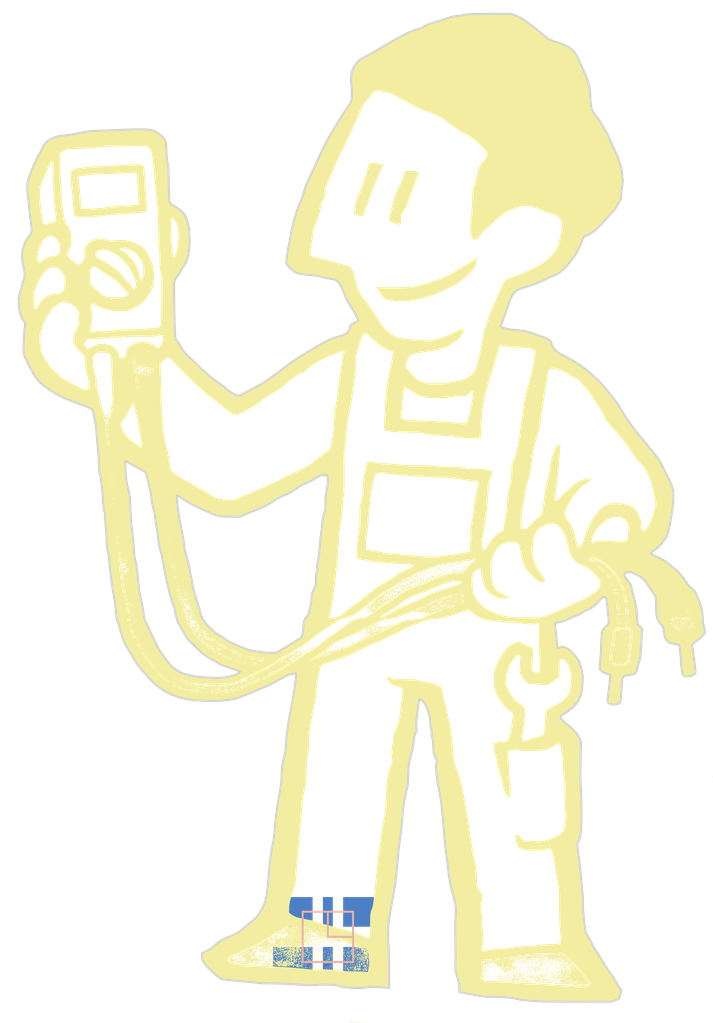
<source format=kicad_pcb>
(kicad_pcb (version 20171130) (host pcbnew 5.1.4+dfsg1-1)
  (layers (0 F.Cu signal) (31 B.Cu signal) (34 B.Paste user) (35 F.Paste user) (36 B.SilkS user) (37 F.SilkS user) (38 B.Mask user) (39 F.Mask user hide) (44 Edge.Cuts user))
  (net 0 "")
  (net 1 "Net-(J1-Pad6)")
  (net 2 "Net-(J1-Pad5)")
  (net 3 "Net-(J1-Pad4)")
  (net 4 "Net-(J1-Pad3)")
  (net 5 "Net-(J1-Pad2)")
  (net 6 "Net-(J1-Pad1)")
  (module mr-fixit:mrfixit-silk (layer F.Cu) (at 131.86 88.75)
    (fp_text reference H2 hide)
    (fp_text value Silk hide)
  )
  (module tom-connectors:PinSocket_2x03_P2.54mm_Vertical_SMD_SAO (layer B.Cu) (at 128.92 131.78 90)
    (fp_text reference J1 hide)
    (fp_text value Conn_02x03_Odd_Even hide)
    (pad 6 smd rect (at -2.52 -3.54 90) (size 3 4) (layers B.Cu B.Paste B.Mask) (net 1 "Net-(J1-Pad6)"))
    (pad 5 smd rect (at 2.52 -3.54 90) (size 3 4) (layers B.Cu B.Paste B.Mask) (net 2 "Net-(J1-Pad5)"))
    (pad 4 smd rect (at -2.52 0 90) (size 3 1) (layers B.Cu B.Paste B.Mask) (net 3 "Net-(J1-Pad4)"))
    (pad 3 smd rect (at 2.52 0 90) (size 3 1) (layers B.Cu B.Paste B.Mask) (net 4 "Net-(J1-Pad3)"))
    (pad 2 smd rect (at -2.52 3.54 90) (size 3 4) (layers B.Cu B.Paste B.Mask) (net 5 "Net-(J1-Pad2)"))
    (pad 1 smd rect (at 2.52 3.54 90) (size 3 4) (layers B.Cu B.Paste B.Mask) (net 6 "Net-(J1-Pad1)"))
  )
  (module mr-fixit:mrfixit-mask-invert (layer F.Cu) (at 131.82 88.83)
    (fp_text reference H1 hide)
    (fp_text value "Solder Mask" hide)
  )
  (gr_curve (pts (xy 164.442468 102.737269) (xy 164.425297 102.528484) (xy 164.393965 102.336807) (xy 164.372814 102.311322)) (layer Edge.Cuts) (width 0.2))
  (gr_curve (pts (xy 164.507476 103.275625) (xy 164.488876 103.188313) (xy 164.459627 102.946052) (xy 164.442468 102.737269)) (layer Edge.Cuts) (width 0.2))
  (gr_curve (pts (xy 164.542695 103.769515) (xy 164.541901 103.585188) (xy 164.526079 103.362938) (xy 164.507476 103.275625)) (layer Edge.Cuts) (width 0.2))
  (gr_curve (pts (xy 164.61822 104.704375) (xy 164.577459 104.374527) (xy 164.54347 103.953839) (xy 164.542695 103.769515)) (layer Edge.Cuts) (width 0.2))
  (gr_curve (pts (xy 155.065275 98.794951) (xy 154.92221 98.839142) (xy 154.748595 98.930963) (xy 154.605517 99.038114)) (layer Edge.Cuts) (width 0.2))
  (gr_curve (pts (xy 155.607039 98.518107) (xy 155.429712 98.63514) (xy 155.195969 98.754584) (xy 155.065275 98.794951)) (layer Edge.Cuts) (width 0.2))
  (gr_curve (pts (xy 156.246769 97.923779) (xy 155.986906 98.231712) (xy 155.854265 98.354936) (xy 155.607039 98.518107)) (layer Edge.Cuts) (width 0.2))
  (gr_curve (pts (xy 156.652463 97.499848) (xy 156.60964 97.519347) (xy 156.427078 97.710117) (xy 156.246769 97.923779)) (layer Edge.Cuts) (width 0.2))
  (gr_curve (pts (xy 156.995604 97.573865) (xy 156.959962 97.486108) (xy 156.771785 97.445518) (xy 156.652463 97.499848)) (layer Edge.Cuts) (width 0.2))
  (gr_curve (pts (xy 138.599717 108.081519) (xy 138.462769 107.91996) (xy 138.194278 107.765488) (xy 138.15654 107.826552)) (layer Edge.Cuts) (width 0.2))
  (gr_curve (pts (xy 139.19376 109.600069) (xy 139.082569 109.053596) (xy 138.790215 108.306251) (xy 138.599717 108.081519)) (layer Edge.Cuts) (width 0.2))
  (gr_curve (pts (xy 156.652175 59.689932) (xy 156.12282 60.305512) (xy 155.675738 60.660898) (xy 155.073028 60.945195)) (layer Edge.Cuts) (width 0.2))
  (gr_curve (pts (xy 157.361401 58.900616) (xy 157.088118 59.19892) (xy 156.768967 59.554112) (xy 156.652175 59.689932)) (layer Edge.Cuts) (width 0.2))
  (gr_curve (pts (xy 158.177672 57.837848) (xy 158.004994 58.185841) (xy 157.94677 58.261652) (xy 157.361401 58.900616)) (layer Edge.Cuts) (width 0.2))
  (gr_curve (pts (xy 158.373461 57.502228) (xy 158.337988 57.541299) (xy 158.249882 57.692328) (xy 158.177672 57.837848)) (layer Edge.Cuts) (width 0.2))
  (gr_curve (pts (xy 128.841442 86.43333) (xy 128.921725 86.006131) (xy 128.933684 85.47676) (xy 128.867398 85.283958)) (layer Edge.Cuts) (width 0.2))
  (gr_curve (pts (xy 128.667575 88.072556) (xy 128.66837 87.493145) (xy 128.701917 87.175782) (xy 128.841442 86.43333)) (layer Edge.Cuts) (width 0.2))
  (gr_curve (pts (xy 128.531409 89.060333) (xy 128.666608 88.657137) (xy 128.666891 88.655076) (xy 128.667575 88.072556)) (layer Edge.Cuts) (width 0.2))
  (gr_curve (pts (xy 128.373693 89.817152) (xy 128.391022 89.542298) (xy 128.425853 89.375134) (xy 128.531409 89.060333)) (layer Edge.Cuts) (width 0.2))
  (gr_curve (pts (xy 128.259981 90.804932) (xy 128.310291 90.455682) (xy 128.36146 90.011182) (xy 128.373693 89.817152)) (layer Edge.Cuts) (width 0.2))
  (gr_curve (pts (xy 162.956703 91.616319) (xy 162.913275 91.655125) (xy 162.813007 91.781943) (xy 162.733892 91.898132)) (layer Edge.Cuts) (width 0.2))
  (gr_curve (pts (xy 163.59029 89.270348) (xy 163.381791 90.621485) (xy 163.162861 91.432121) (xy 162.956703 91.616319)) (layer Edge.Cuts) (width 0.2))
  (gr_curve (pts (xy 163.693028 88.692284) (xy 163.673952 88.767682) (xy 163.627716 89.027813) (xy 163.59029 89.270348)) (layer Edge.Cuts) (width 0.2))
  (gr_curve (pts (xy 163.772133 87.771272) (xy 163.747712 88.202426) (xy 163.71211 88.61688) (xy 163.693028 88.692284)) (layer Edge.Cuts) (width 0.2))
  (gr_curve (pts (xy 135.011912 136.930604) (xy 134.960593 136.930609) (xy 134.611343 136.905389) (xy 134.235799 136.874547)) (layer Edge.Cuts) (width 0.2))
  (gr_line (start 139.926476 113.955635) (end 139.799616 113.713461) (layer Edge.Cuts) (width 0.2))
  (gr_curve (pts (xy 166.67556 98.787125) (xy 166.707034 98.928121) (xy 166.747447 99.339713) (xy 166.765359 99.701763)) (layer Edge.Cuts) (width 0.2))
  (gr_line (start 135.105217 136.930593) (end 135.011912 136.930604) (layer Edge.Cuts) (width 0.2))
  (gr_line (start 135.102571 135.104979) (end 135.105217 136.930593) (layer Edge.Cuts) (width 0.2))
  (gr_curve (pts (xy 135.986645 123.860198) (xy 135.82091 125.866528) (xy 135.728676 126.562081) (xy 135.404215 128.252281)) (layer Edge.Cuts) (width 0.2))
  (gr_curve (pts (xy 136.217208 121.831725) (xy 136.122424 122.453218) (xy 136.050854 123.082876) (xy 135.986645 123.860198)) (layer Edge.Cuts) (width 0.2))
  (gr_curve (pts (xy 105.149291 78.554136) (xy 104.992458 78.436132) (xy 104.507562 78.220655) (xy 103.902022 77.999876)) (layer Edge.Cuts) (width 0.2))
  (gr_curve (pts (xy 100.011672 52.314761) (xy 100.363956 51.597261) (xy 100.484752 51.461252) (xy 101.011626 51.188878)) (layer Edge.Cuts) (width 0.2))
  (gr_curve (pts (xy 161.632763 96.872708) (xy 161.519949 96.717485) (xy 161.320655 96.429878) (xy 161.189882 96.233581)) (layer Edge.Cuts) (width 0.2))
  (gr_curve (pts (xy 161.947575 97.384235) (xy 161.887238 97.258119) (xy 161.74557 97.027932) (xy 161.632763 96.872708)) (layer Edge.Cuts) (width 0.2))
  (gr_curve (pts (xy 162.034879 98.566042) (xy 162.062004 97.584448) (xy 162.065409 97.630539) (xy 161.947575 97.384235)) (layer Edge.Cuts) (width 0.2))
  (gr_curve (pts (xy 162.143432 99.603566) (xy 162.092492 99.431586) (xy 162.027997 98.815142) (xy 162.034879 98.566042)) (layer Edge.Cuts) (width 0.2))
  (gr_curve (pts (xy 108.97823 103.109144) (xy 108.942804 103.046647) (xy 108.874768 102.935522) (xy 108.827039 102.8622)) (layer Edge.Cuts) (width 0.2))
  (gr_curve (pts (xy 110.396381 105.125999) (xy 109.887104 104.589549) (xy 109.527475 104.078096) (xy 108.97823 103.109144)) (layer Edge.Cuts) (width 0.2))
  (gr_curve (pts (xy 110.677998 105.445277) (xy 110.634556 105.387069) (xy 110.507829 105.243395) (xy 110.396381 105.125999)) (layer Edge.Cuts) (width 0.2))
  (gr_curve (pts (xy 137.573893 112.130338) (xy 137.560796 112.334067) (xy 137.510764 112.651567) (xy 137.462726 112.835891)) (layer Edge.Cuts) (width 0.2))
  (gr_curve (pts (xy 137.804938 111.163704) (xy 137.665005 111.41165) (xy 137.603593 111.668582) (xy 137.573893 112.130338)) (layer Edge.Cuts) (width 0.2))
  (gr_curve (pts (xy 137.876579 110.701154) (xy 137.913661 110.967764) (xy 137.912959 110.972304) (xy 137.804938 111.163704)) (layer Edge.Cuts) (width 0.2))
  (gr_curve (pts (xy 137.874727 109.749088) (xy 137.829081 110.023461) (xy 137.829735 110.36453) (xy 137.876579 110.701154)) (layer Edge.Cuts) (width 0.2))
  (gr_curve (pts (xy 162.855074 101.106042) (xy 162.813212 100.853807) (xy 162.762026 100.585339) (xy 162.741319 100.509446)) (layer Edge.Cuts) (width 0.2))
  (gr_curve (pts (xy 163.187031 101.946517) (xy 162.995573 101.755062) (xy 162.939011 101.611851) (xy 162.855074 101.106042)) (layer Edge.Cuts) (width 0.2))
  (gr_curve (pts (xy 163.994957 102.220581) (xy 163.516517 102.157983) (xy 163.33791 102.097396) (xy 163.187031 101.946517)) (layer Edge.Cuts) (width 0.2))
  (gr_curve (pts (xy 164.372814 102.311322) (xy 164.351674 102.285843) (xy 164.181626 102.245002) (xy 163.994957 102.220581)) (layer Edge.Cuts) (width 0.2))
  (gr_curve (pts (xy 118.851175 136.140098) (xy 118.113087 136.072695) (xy 118.080454 136.056225) (xy 117.322425 135.368443)) (layer Edge.Cuts) (width 0.2))
  (gr_curve (pts (xy 119.918134 136.245055) (xy 119.636793 136.215229) (xy 119.156662 136.167995) (xy 118.851175 136.140098)) (layer Edge.Cuts) (width 0.2))
  (gr_line (start 119.813222 77.138708) (end 120.025798 77.084246) (layer Edge.Cuts) (width 0.2))
  (gr_line (start 119.521707 77.001336) (end 119.813222 77.138708) (layer Edge.Cuts) (width 0.2))
  (gr_curve (pts (xy 125.231385 64.373774) (xy 124.984489 64.154164) (xy 124.868086 64.022042) (xy 124.801382 63.885707)) (layer Edge.Cuts) (width 0.2))
  (gr_curve (pts (xy 125.839644 64.763846) (xy 125.603932 64.686117) (xy 125.527245 64.636939) (xy 125.231385 64.373774)) (layer Edge.Cuts) (width 0.2))
  (gr_curve (pts (xy 158.922233 95.399236) (xy 158.97787 95.510319) (xy 159.116821 95.712669) (xy 159.231018 95.848901)) (layer Edge.Cuts) (width 0.2))
  (gr_curve (pts (xy 158.878135 95.110189) (xy 158.824044 95.192742) (xy 158.826341 95.207773) (xy 158.922233 95.399236)) (layer Edge.Cuts) (width 0.2))
  (gr_curve (pts (xy 159.286443 94.936456) (xy 159.064643 94.940239) (xy 158.96045 94.984565) (xy 158.878135 95.110189)) (layer Edge.Cuts) (width 0.2))
  (gr_curve (pts (xy 159.799499 95.084662) (xy 159.537051 94.959401) (xy 159.44809 94.933704) (xy 159.286443 94.936456)) (layer Edge.Cuts) (width 0.2))
  (gr_curve (pts (xy 161.189882 96.233581) (xy 160.755082 95.580928) (xy 160.639956 95.485797) (xy 159.799499 95.084662)) (layer Edge.Cuts) (width 0.2))
  (gr_curve (pts (xy 151.824497 41.364333) (xy 153.146493 41.745531) (xy 153.747738 42.162783) (xy 154.135701 42.968266)) (layer Edge.Cuts) (width 0.2))
  (gr_curve (pts (xy 151.097226 41.034431) (xy 151.206928 41.143738) (xy 151.464206 41.260443) (xy 151.824497 41.364333)) (layer Edge.Cuts) (width 0.2))
  (gr_curve (pts (xy 114.917251 60.236814) (xy 114.936873 60.304724) (xy 114.960412 60.717474) (xy 114.969558 61.154036)) (layer Edge.Cuts) (width 0.2))
  (gr_curve (pts (xy 132.600494 136.914321) (xy 132.194081 136.96873) (xy 132.058527 136.971067) (xy 131.409514 136.934827)) (layer Edge.Cuts) (width 0.2))
  (gr_curve (pts (xy 134.235799 136.874547) (xy 133.503342 136.814399) (xy 133.312165 136.81905) (xy 132.600494 136.914321)) (layer Edge.Cuts) (width 0.2))
  (gr_curve (pts (xy 122.698203 106.505619) (xy 122.537062 106.559131) (xy 122.214717 106.689179) (xy 121.981883 106.794618)) (layer Edge.Cuts) (width 0.2))
  (gr_curve (pts (xy 123.456674 106.126103) (xy 123.169141 106.300437) (xy 122.879184 106.445524) (xy 122.698203 106.505619)) (layer Edge.Cuts) (width 0.2))
  (gr_curve (pts (xy 124.222068 105.714083) (xy 124.057119 105.785473) (xy 123.712693 105.970883) (xy 123.456674 106.126103)) (layer Edge.Cuts) (width 0.2))
  (gr_curve (pts (xy 150.503829 40.550919) (xy 150.804571 40.791317) (xy 151.071599 41.008898) (xy 151.097226 41.034431)) (layer Edge.Cuts) (width 0.2))
  (gr_curve (pts (xy 149.869348 40.03307) (xy 149.917568 40.077488) (xy 150.203085 40.31052) (xy 150.503829 40.550919)) (layer Edge.Cuts) (width 0.2))
  (gr_curve (pts (xy 109.848793 84.482028) (xy 109.500975 84.302902) (xy 109.069603 84.068746) (xy 108.89019 83.961682)) (layer Edge.Cuts) (width 0.2))
  (gr_curve (pts (xy 110.689338 85.425071) (xy 110.547773 84.824671) (xy 110.576324 84.856704) (xy 109.848793 84.482028)) (layer Edge.Cuts) (width 0.2))
  (gr_curve (pts (xy 110.918553 86.395208) (xy 110.840521 86.065363) (xy 110.737375 85.6288) (xy 110.689338 85.425071)) (layer Edge.Cuts) (width 0.2))
  (gr_curve (pts (xy 111.152527 87.823958) (xy 111.105735 87.278837) (xy 111.056573 86.978636) (xy 110.918553 86.395208)) (layer Edge.Cuts) (width 0.2))
  (gr_curve (pts (xy 111.297665 88.476598) (xy 111.23033 88.263167) (xy 111.165018 87.969479) (xy 111.152527 87.823958)) (layer Edge.Cuts) (width 0.2))
  (gr_line (start 128.867398 85.283958) (end 128.824953 85.160488) (layer Edge.Cuts) (width 0.2))
  (gr_curve (pts (xy 121.500274 88.755435) (xy 121.085983 88.920513) (xy 120.588268 89.123713) (xy 120.39424 89.206996)) (layer Edge.Cuts) (width 0.2))
  (gr_curve (pts (xy 123.304657 87.878116) (xy 122.90188 88.157434) (xy 122.451392 88.376467) (xy 121.500274 88.755435)) (layer Edge.Cuts) (width 0.2))
  (gr_curve (pts (xy 124.692482 87.129874) (xy 124.20245 87.308042) (xy 123.862119 87.491528) (xy 123.304657 87.878116)) (layer Edge.Cuts) (width 0.2))
  (gr_curve (pts (xy 125.756461 86.522399) (xy 125.141085 86.932686) (xy 124.976708 87.026536) (xy 124.692482 87.129874)) (layer Edge.Cuts) (width 0.2))
  (gr_curve (pts (xy 110.463664 50.233735) (xy 111.070392 50.281303) (xy 111.187913 50.305096) (xy 111.48672 50.440855)) (layer Edge.Cuts) (width 0.2))
  (gr_curve (pts (xy 106.159775 50.359598) (xy 106.790366 50.340725) (xy 107.433303 50.317174) (xy 107.588525 50.307259)) (layer Edge.Cuts) (width 0.2))
  (gr_curve (pts (xy 103.690331 50.637357) (xy 104.713996 50.422263) (xy 104.948973 50.395833) (xy 106.159775 50.359598)) (layer Edge.Cuts) (width 0.2))
  (gr_curve (pts (xy 136.427951 119.909088) (xy 136.35051 120.874764) (xy 136.318191 121.169616) (xy 136.217208 121.831725)) (layer Edge.Cuts) (width 0.2))
  (gr_curve (pts (xy 136.859129 117.016308) (xy 136.612302 118.052575) (xy 136.535523 118.567674) (xy 136.427951 119.909088)) (layer Edge.Cuts) (width 0.2))
  (gr_curve (pts (xy 113.739195 58.168634) (xy 113.823394 58.23898) (xy 113.904803 58.296536) (xy 113.920105 58.296536)) (layer Edge.Cuts) (width 0.2))
  (gr_curve (pts (xy 102.27922 50.852729) (xy 102.836952 50.804067) (xy 103.05615 50.770611) (xy 103.690331 50.637357)) (layer Edge.Cuts) (width 0.2))
  (gr_curve (pts (xy 101.011626 51.188878) (xy 101.399591 50.988315) (xy 101.730258 50.900626) (xy 102.27922 50.852729)) (layer Edge.Cuts) (width 0.2))
  (gr_curve (pts (xy 99.754248 52.79498) (xy 99.78092 52.764899) (xy 99.896761 52.5488) (xy 100.011672 52.314761)) (layer Edge.Cuts) (width 0.2))
  (gr_curve (pts (xy 156.082379 75.46251) (xy 156.285613 75.639012) (xy 156.566905 75.924762) (xy 156.707467 76.097509)) (layer Edge.Cuts) (width 0.2))
  (gr_curve (pts (xy 155.427855 74.875267) (xy 155.584605 75.021751) (xy 155.879139 75.286008) (xy 156.082379 75.46251)) (layer Edge.Cuts) (width 0.2))
  (gr_curve (pts (xy 152.587966 73.009895) (xy 153.860297 73.654217) (xy 154.738523 74.231074) (xy 155.427855 74.875267)) (layer Edge.Cuts) (width 0.2))
  (gr_curve (pts (xy 151.492199 71.842535) (xy 151.625348 72.345878) (xy 151.9412 72.68237) (xy 152.587966 73.009895)) (layer Edge.Cuts) (width 0.2))
  (gr_curve (pts (xy 117.886645 75.814391) (xy 118.137236 75.987675) (xy 118.465058 76.235505) (xy 118.615139 76.365127)) (layer Edge.Cuts) (width 0.2))
  (gr_curve (pts (xy 116.266859 74.489686) (xy 116.8862 75.094272) (xy 117.110288 75.277537) (xy 117.886645 75.814391)) (layer Edge.Cuts) (width 0.2))
  (gr_curve (pts (xy 163.755094 86.674561) (xy 163.811104 86.959623) (xy 163.812617 87.056865) (xy 163.772133 87.771272)) (layer Edge.Cuts) (width 0.2))
  (gr_curve (pts (xy 148.645864 39.1411) (xy 148.668513 39.141361) (xy 148.726711 39.173244) (xy 148.775217 39.211952)) (layer Edge.Cuts) (width 0.2))
  (gr_curve (pts (xy 148.592948 39.112894) (xy 148.59943 39.128147) (xy 148.623229 39.14084) (xy 148.645864 39.1411)) (layer Edge.Cuts) (width 0.2))
  (gr_curve (pts (xy 147.893149 38.750932) (xy 148.32974 38.921126) (xy 148.562735 39.041641) (xy 148.592948 39.112894)) (layer Edge.Cuts) (width 0.2))
  (gr_curve (pts (xy 142.46061 38.71737) (xy 142.586726 38.678861) (xy 142.761351 38.646854) (xy 142.848664 38.646243)) (layer Edge.Cuts) (width 0.2))
  (gr_curve (pts (xy 139.391327 111.200467) (xy 139.391327 111.013336) (xy 139.365927 110.826889) (xy 139.318527 110.666197)) (layer Edge.Cuts) (width 0.2))
  (gr_curve (pts (xy 139.4654 111.727726) (xy 139.415838 111.567262) (xy 139.391327 111.39279) (xy 139.391327 111.200467)) (layer Edge.Cuts) (width 0.2))
  (gr_curve (pts (xy 127.997472 53.088273) (xy 128.552835 51.839725) (xy 129.077421 50.867393) (xy 129.898169 49.565286)) (layer Edge.Cuts) (width 0.2))
  (gr_curve (pts (xy 127.42721 54.340634) (xy 127.526262 54.134269) (xy 127.782879 53.570707) (xy 127.997472 53.088273)) (layer Edge.Cuts) (width 0.2))
  (gr_curve (pts (xy 126.720513 55.877951) (xy 126.85173 55.548586) (xy 126.949592 55.335705) (xy 127.42721 54.340634)) (layer Edge.Cuts) (width 0.2))
  (gr_curve (pts (xy 126.443169 56.727202) (xy 126.518004 56.455154) (xy 126.642807 56.072992) (xy 126.720513 55.877951)) (layer Edge.Cuts) (width 0.2))
  (gr_curve (pts (xy 166.943262 100.717985) (xy 166.994584 100.749704) (xy 166.986445 101.036467) (xy 166.930404 101.170566)) (layer Edge.Cuts) (width 0.2))
  (gr_curve (pts (xy 166.907986 100.558907) (xy 166.907986 100.634409) (xy 166.923861 100.705994) (xy 166.943262 100.717985)) (layer Edge.Cuts) (width 0.2))
  (gr_curve (pts (xy 166.852957 100.390839) (xy 166.888105 100.410497) (xy 166.907986 100.471224) (xy 166.907986 100.558907)) (layer Edge.Cuts) (width 0.2))
  (gr_curve (pts (xy 166.765359 99.701763) (xy 166.7919 100.238052) (xy 166.808132 100.365751) (xy 166.852957 100.390839)) (layer Edge.Cuts) (width 0.2))
  (gr_line (start 124.70992 63.698766) (end 124.78281 63.052581) (layer Edge.Cuts) (width 0.2))
  (gr_line (start 124.801382 63.885707) (end 124.70992 63.698766) (layer Edge.Cuts) (width 0.2))
  (gr_curve (pts (xy 140.873925 123.507418) (xy 140.835796 123.274585) (xy 140.7482 122.449088) (xy 140.679268 121.672975)) (layer Edge.Cuts) (width 0.2))
  (gr_curve (pts (xy 141.032849 124.759781) (xy 140.983568 124.303814) (xy 140.912051 123.740252) (xy 140.873925 123.507418)) (layer Edge.Cuts) (width 0.2))
  (gr_curve (pts (xy 139.551172 112.51637) (xy 139.541938 112.082824) (xy 139.523915 111.917173) (xy 139.4654 111.727726)) (layer Edge.Cuts) (width 0.2))
  (gr_curve (pts (xy 139.799616 113.713461) (xy 139.607819 113.347336) (xy 139.564433 113.138289) (xy 139.551172 112.51637)) (layer Edge.Cuts) (width 0.2))
  (gr_curve (pts (xy 114.645032 93.344802) (xy 114.87041 94.078174) (xy 114.938649 94.354833) (xy 115.010492 94.826469)) (layer Edge.Cuts) (width 0.2))
  (gr_curve (pts (xy 114.46642 92.515772) (xy 114.495448 92.758512) (xy 114.567191 93.091511) (xy 114.645032 93.344802)) (layer Edge.Cuts) (width 0.2))
  (gr_curve (pts (xy 114.097423 90.363829) (xy 114.287472 91.263441) (xy 114.383934 91.825993) (xy 114.46642 92.515772)) (layer Edge.Cuts) (width 0.2))
  (gr_curve (pts (xy 113.918405 89.376052) (xy 113.936933 89.540975) (xy 114.017493 89.985475) (xy 114.097423 90.363829)) (layer Edge.Cuts) (width 0.2))
  (gr_curve (pts (xy 113.8164 88.705775) (xy 113.853973 88.909502) (xy 113.899875 89.211127) (xy 113.918405 89.376052)) (layer Edge.Cuts) (width 0.2))
  (gr_curve (pts (xy 116.225946 99.46326) (xy 116.163835 99.466673) (xy 116.214018 99.613898) (xy 116.304865 99.694802)) (layer Edge.Cuts) (width 0.2))
  (gr_curve (pts (xy 116.187365 99.429118) (xy 116.231021 99.44666) (xy 116.248382 99.462032) (xy 116.225946 99.46326)) (layer Edge.Cuts) (width 0.2))
  (gr_curve (pts (xy 158.411662 108.122482) (xy 158.189891 108.375191) (xy 157.460691 108.390783) (xy 157.227895 108.147803)) (layer Edge.Cuts) (width 0.2))
  (gr_curve (pts (xy 158.583845 106.468265) (xy 158.507002 107.74008) (xy 158.47467 108.05068) (xy 158.411662 108.122482)) (layer Edge.Cuts) (width 0.2))
  (gr_curve (pts (xy 158.66318 105.692152) (xy 158.641828 105.75036) (xy 158.60612 106.09961) (xy 158.583845 106.468265)) (layer Edge.Cuts) (width 0.2))
  (gr_curve (pts (xy 158.988109 105.411416) (xy 158.855447 105.431683) (xy 158.713879 105.554002) (xy 158.66318 105.692152)) (layer Edge.Cuts) (width 0.2))
  (gr_curve (pts (xy 159.961295 105.144115) (xy 159.829229 105.280553) (xy 159.809979 105.285842) (xy 158.988109 105.411416)) (layer Edge.Cuts) (width 0.2))
  (gr_curve (pts (xy 160.806728 81.667988) (xy 160.931739 81.823208) (xy 161.060435 81.981958) (xy 161.092721 82.020765)) (layer Edge.Cuts) (width 0.2))
  (gr_curve (pts (xy 160.381598 81.156458) (xy 160.490406 81.282577) (xy 160.681715 81.512765) (xy 160.806728 81.667988)) (layer Edge.Cuts) (width 0.2))
  (gr_curve (pts (xy 158.597277 78.646142) (xy 159.095985 79.508776) (xy 159.731821 80.403317) (xy 160.381598 81.156458)) (layer Edge.Cuts) (width 0.2))
  (gr_curve (pts (xy 156.707467 76.097509) (xy 158.070606 77.772766) (xy 158.169351 77.905933) (xy 158.597277 78.646142)) (layer Edge.Cuts) (width 0.2))
  (gr_line (start 112.901452 56.736322) (end 112.943309 57.557358) (layer Edge.Cuts) (width 0.2))
  (gr_curve (pts (xy 118.615139 76.365127) (xy 119.05489 76.74492) (xy 119.212936 76.855834) (xy 119.521707 77.001336)) (layer Edge.Cuts) (width 0.2))
  (gr_line (start 116.227143 133.762004) (end 116.205016 133.420554) (layer Edge.Cuts) (width 0.2))
  (gr_curve (pts (xy 112.851779 54.927509) (xy 112.856079 55.470786) (xy 112.878431 56.284752) (xy 112.901452 56.736322)) (layer Edge.Cuts) (width 0.2))
  (gr_curve (pts (xy 112.710655 53.357648) (xy 112.741069 53.541974) (xy 112.768918 53.725338) (xy 112.772543 53.765124)) (layer Edge.Cuts) (width 0.2))
  (gr_curve (pts (xy 106.218449 87.612363) (xy 106.205852 87.199656) (xy 106.16391 86.749414) (xy 106.091922 86.254167)) (layer Edge.Cuts) (width 0.2))
  (gr_curve (pts (xy 106.339656 88.659002) (xy 106.254188 88.300581) (xy 106.234181 88.127817) (xy 106.218449 87.612363)) (layer Edge.Cuts) (width 0.2))
  (gr_curve (pts (xy 106.442272 89.540946) (xy 106.44206 89.164115) (xy 106.424873 89.016356) (xy 106.339656 88.659002)) (layer Edge.Cuts) (width 0.2))
  (gr_curve (pts (xy 105.909892 85.051429) (xy 105.847278 84.873968) (xy 105.832001 84.714848) (xy 105.806907 83.97875)) (layer Edge.Cuts) (width 0.2))
  (gr_curve (pts (xy 154.172695 138.330234) (xy 152.319731 138.328117) (xy 150.763981 138.322984) (xy 150.715475 138.31883)) (layer Edge.Cuts) (width 0.2))
  (gr_line (start 154.465465 112.077442) (end 154.434479 113.506192) (layer Edge.Cuts) (width 0.2))
  (gr_line (start 154.377774 111.861124) (end 154.465465 112.077442) (layer Edge.Cuts) (width 0.2))
  (gr_curve (pts (xy 158.167904 138.103216) (xy 158.075741 138.134654) (xy 157.897148 138.199456) (xy 157.771029 138.247224)) (layer Edge.Cuts) (width 0.2))
  (gr_curve (pts (xy 158.335475 138.000404) (xy 158.335475 138.025513) (xy 158.260069 138.071778) (xy 158.167904 138.103216)) (layer Edge.Cuts) (width 0.2))
  (gr_curve (pts (xy 122.59604 128.167419) (xy 122.706318 127.808641) (xy 122.799983 127.244055) (xy 122.845317 126.664861)) (layer Edge.Cuts) (width 0.2))
  (gr_curve (pts (xy 121.634457 129.869999) (xy 121.981724 129.505784) (xy 122.426995 128.717384) (xy 122.59604 128.167419)) (layer Edge.Cuts) (width 0.2))
  (gr_curve (pts (xy 116.508798 99.977022) (xy 116.64284 100.204532) (xy 116.674301 100.238949) (xy 117.236879 100.773487)) (layer Edge.Cuts) (width 0.2))
  (gr_curve (pts (xy 116.304865 99.694802) (xy 116.348439 99.733606) (xy 116.440209 99.860606) (xy 116.508798 99.977022)) (layer Edge.Cuts) (width 0.2))
  (gr_curve (pts (xy 107.943553 100.718057) (xy 107.872451 100.465819) (xy 107.761327 100.116569) (xy 107.69661 99.941944)) (layer Edge.Cuts) (width 0.2))
  (gr_curve (pts (xy 108.385366 102.058574) (xy 108.250578 101.779959) (xy 108.197438 101.618725) (xy 107.943553 100.718057)) (layer Edge.Cuts) (width 0.2))
  (gr_curve (pts (xy 108.827039 102.8622) (xy 108.694947 102.659278) (xy 108.536527 102.371031) (xy 108.385366 102.058574)) (layer Edge.Cuts) (width 0.2))
  (gr_curve (pts (xy 143.143362 38.613586) (xy 143.218133 38.596236) (xy 144.210321 38.578297) (xy 145.348222 38.573721)) (layer Edge.Cuts) (width 0.2))
  (gr_curve (pts (xy 142.848664 38.646243) (xy 142.935976 38.645631) (xy 143.068591 38.630936) (xy 143.143362 38.613586)) (layer Edge.Cuts) (width 0.2))
  (gr_curve (pts (xy 164.785919 105.383328) (xy 164.698228 105.309083) (xy 164.687676 105.266358) (xy 164.61822 104.704375)) (layer Edge.Cuts) (width 0.2))
  (gr_curve (pts (xy 165.397543 105.472495) (xy 165.074389 105.515162) (xy 164.914014 105.491783) (xy 164.785919 105.383328)) (layer Edge.Cuts) (width 0.2))
  (gr_curve (pts (xy 165.848893 105.301209) (xy 165.697403 105.416739) (xy 165.632069 105.441533) (xy 165.397543 105.472495)) (layer Edge.Cuts) (width 0.2))
  (gr_curve (pts (xy 166.025812 104.988167) (xy 166.026076 105.160453) (xy 166.020388 105.170433) (xy 165.848893 105.301209)) (layer Edge.Cuts) (width 0.2))
  (gr_curve (pts (xy 97.906117 66.516258) (xy 97.960112 66.390139) (xy 98.015494 66.191702) (xy 98.029188 66.075285)) (layer Edge.Cuts) (width 0.2))
  (gr_curve (pts (xy 97.729718 68.117355) (xy 97.676067 67.636205) (xy 97.762496 66.851723) (xy 97.906117 66.516258)) (layer Edge.Cuts) (width 0.2))
  (gr_curve (pts (xy 98.227038 69.604144) (xy 98.016536 69.375777) (xy 97.796784 68.718806) (xy 97.729718 68.117355)) (layer Edge.Cuts) (width 0.2))
  (gr_curve (pts (xy 105.740173 82.814584) (xy 105.698146 82.476451) (xy 105.575413 81.117038) (xy 105.524822 80.429338)) (layer Edge.Cuts) (width 0.2))
  (gr_curve (pts (xy 105.806907 83.97875) (xy 105.790702 83.503384) (xy 105.760671 82.979509) (xy 105.740173 82.814584)) (layer Edge.Cuts) (width 0.2))
  (gr_curve (pts (xy 106.091922 86.254167) (xy 106.032695 85.846709) (xy 105.98405 85.456287) (xy 105.983824 85.386566)) (layer Edge.Cuts) (width 0.2))
  (gr_curve (pts (xy 157.334929 106.261583) (xy 157.365605 105.948401) (xy 157.398226 105.619802) (xy 157.407422 105.531359)) (layer Edge.Cuts) (width 0.2))
  (gr_curve (pts (xy 157.241722 106.998061) (xy 157.262306 106.906177) (xy 157.304256 106.57476) (xy 157.334929 106.261583)) (layer Edge.Cuts) (width 0.2))
  (gr_curve (pts (xy 157.170417 107.608794) (xy 157.189043 107.364779) (xy 157.221127 107.089946) (xy 157.241722 106.998061)) (layer Edge.Cuts) (width 0.2))
  (gr_line (start 146.3807 70.150242) (end 146.475527 70.198128) (layer Edge.Cuts) (width 0.2))
  (gr_line (start 146.446817 69.911892) (end 146.3807 70.150242) (layer Edge.Cuts) (width 0.2))
  (gr_curve (pts (xy 137.029137 115.587558) (xy 137.002917 116.387737) (xy 136.997009 116.437458) (xy 136.859129 117.016308)) (layer Edge.Cuts) (width 0.2))
  (gr_curve (pts (xy 137.462726 112.835891) (xy 137.079654 114.305795) (xy 137.068891 114.374102) (xy 137.029137 115.587558)) (layer Edge.Cuts) (width 0.2))
  (gr_curve (pts (xy 156.718977 49.996635) (xy 157.090669 50.609123) (xy 157.233575 50.892165) (xy 157.62327 51.78771)) (layer Edge.Cuts) (width 0.2))
  (gr_curve (pts (xy 156.35994 49.379274) (xy 156.35994 49.393426) (xy 156.521505 49.671238) (xy 156.718977 49.996635)) (layer Edge.Cuts) (width 0.2))
  (gr_curve (pts (xy 156.201923 49.159515) (xy 156.28883 49.266231) (xy 156.35994 49.365122) (xy 156.35994 49.379274)) (layer Edge.Cuts) (width 0.2))
  (gr_curve (pts (xy 155.408646 46.919377) (xy 155.474453 48.205086) (xy 155.512778 48.313316) (xy 156.201923 49.159515)) (layer Edge.Cuts) (width 0.2))
  (gr_curve (pts (xy 114.520495 105.239064) (xy 115.336623 105.468674) (xy 115.948467 105.554913) (xy 117.095773 105.602035)) (layer Edge.Cuts) (width 0.2))
  (gr_curve (pts (xy 113.594712 104.765377) (xy 114.027576 105.060586) (xy 114.200367 105.148994) (xy 114.520495 105.239064)) (layer Edge.Cuts) (width 0.2))
  (gr_curve (pts (xy 112.577967 103.730954) (xy 112.896618 104.19569) (xy 113.175679 104.479604) (xy 113.594712 104.765377)) (layer Edge.Cuts) (width 0.2))
  (gr_curve (pts (xy 112.102886 103.07547) (xy 112.203897 103.202219) (xy 112.417683 103.497187) (xy 112.577967 103.730954)) (layer Edge.Cuts) (width 0.2))
  (gr_curve (pts (xy 111.775624 102.557612) (xy 111.854609 102.715682) (xy 112.001877 102.948719) (xy 112.102886 103.07547)) (layer Edge.Cuts) (width 0.2))
  (gr_curve (pts (xy 113.681357 87.204815) (xy 113.651702 87.234469) (xy 113.753289 88.363566) (xy 113.8164 88.705775)) (layer Edge.Cuts) (width 0.2))
  (gr_curve (pts (xy 114.04207 87.421138) (xy 113.850811 87.295027) (xy 113.68849 87.197682) (xy 113.681357 87.204815)) (layer Edge.Cuts) (width 0.2))
  (gr_curve (pts (xy 116.548962 88.769624) (xy 115.31236 88.216354) (xy 114.963449 88.028675) (xy 114.04207 87.421138)) (layer Edge.Cuts) (width 0.2))
  (gr_curve (pts (xy 119.177157 89.357097) (xy 117.95263 89.355245) (xy 117.763223 89.312893) (xy 116.548962 88.769624)) (layer Edge.Cuts) (width 0.2))
  (gr_line (start 128.824953 85.160488) (end 128.525429 85.16234) (layer Edge.Cuts) (width 0.2))
  (gr_curve (pts (xy 112.624283 52.297295) (xy 112.641375 52.696162) (xy 112.680241 53.173321) (xy 112.710655 53.357648)) (layer Edge.Cuts) (width 0.2))
  (gr_curve (pts (xy 112.509974 51.397712) (xy 112.584831 51.554531) (xy 112.596337 51.645075) (xy 112.624283 52.297295)) (layer Edge.Cuts) (width 0.2))
  (gr_curve (pts (xy 111.48672 50.440855) (xy 111.965997 50.658609) (xy 112.311295 50.981502) (xy 112.509974 51.397712)) (layer Edge.Cuts) (width 0.2))
  (gr_curve (pts (xy 161.092721 82.020765) (xy 161.125003 82.059571) (xy 161.283181 82.258009) (xy 161.444229 82.461738)) (layer Edge.Cuts) (width 0.2))
  (gr_curve (pts (xy 138.039023 40.112036) (xy 138.158615 40.083937) (xy 138.346934 40.003073) (xy 138.457509 39.932338)) (layer Edge.Cuts) (width 0.2))
  (gr_curve (pts (xy 137.66283 40.200901) (xy 137.750143 40.180124) (xy 137.919429 40.140135) (xy 138.039023 40.112036)) (layer Edge.Cuts) (width 0.2))
  (gr_curve (pts (xy 113.920105 58.296536) (xy 113.935406 58.296536) (xy 114.061113 58.410399) (xy 114.199454 58.549565)) (layer Edge.Cuts) (width 0.2))
  (gr_curve (pts (xy 107.588525 50.307259) (xy 108.248762 50.265086) (xy 110.220436 50.214665) (xy 110.463664 50.233735)) (layer Edge.Cuts) (width 0.2))
  (gr_curve (pts (xy 141.767415 131.229344) (xy 141.755403 130.595479) (xy 141.766092 130.165224) (xy 141.805353 129.716798)) (layer Edge.Cuts) (width 0.2))
  (gr_curve (pts (xy 141.791809 134.231865) (xy 141.804112 133.366666) (xy 141.801229 133.01181) (xy 141.767415 131.229344)) (layer Edge.Cuts) (width 0.2))
  (gr_curve (pts (xy 149.83355 138.270872) (xy 148.987301 138.227848) (xy 148.461881 138.166266) (xy 148.034383 138.06001)) (layer Edge.Cuts) (width 0.2))
  (gr_curve (pts (xy 150.715496 138.318809) (xy 150.666987 138.314655) (xy 150.270112 138.293065) (xy 149.83355 138.270872)) (layer Edge.Cuts) (width 0.2))
  (gr_curve (pts (xy 116.379673 134.32645) (xy 116.261341 134.1241) (xy 116.247222 134.071852) (xy 116.227143 133.762004)) (layer Edge.Cuts) (width 0.2))
  (gr_curve (pts (xy 117.322425 135.368443) (xy 116.685494 134.790535) (xy 116.588136 134.682929) (xy 116.379673 134.32645)) (layer Edge.Cuts) (width 0.2))
  (gr_line (start 120.041462 89.35842) (end 119.177157 89.357097) (layer Edge.Cuts) (width 0.2))
  (gr_line (start 120.39424 89.206996) (end 120.041462 89.35842) (layer Edge.Cuts) (width 0.2))
  (gr_curve (pts (xy 122.546184 103.060103) (xy 122.643199 103.076984) (xy 122.936506 103.092676) (xy 123.19798 103.094957)) (layer Edge.Cuts) (width 0.2))
  (gr_curve (pts (xy 121.882127 102.974378) (xy 122.150344 103.004639) (xy 122.44917 103.043215) (xy 122.546184 103.060103)) (layer Edge.Cuts) (width 0.2))
  (gr_line (start 141.779268 135.113808) (end 141.791809 134.231865) (layer Edge.Cuts) (width 0.2))
  (gr_line (start 141.891854 135.519502) (end 141.779268 135.113808) (layer Edge.Cuts) (width 0.2))
  (gr_curve (pts (xy 156.329883 133.720356) (xy 156.552839 134.059907) (xy 156.82562 134.496469) (xy 156.936065 134.690496)) (layer Edge.Cuts) (width 0.2))
  (gr_curve (pts (xy 155.548529 132.419343) (xy 155.548529 132.473975) (xy 155.945499 133.13496) (xy 156.329883 133.720356)) (layer Edge.Cuts) (width 0.2))
  (gr_curve (pts (xy 155.084637 131.544452) (xy 155.225229 131.762021) (xy 155.548529 132.371759) (xy 155.548529 132.419343)) (layer Edge.Cuts) (width 0.2))
  (gr_curve (pts (xy 154.771971 129.985694) (xy 154.942599 131.37732) (xy 154.927276 131.300932) (xy 155.084637 131.544452)) (layer Edge.Cuts) (width 0.2))
  (gr_curve (pts (xy 154.666585 128.323634) (xy 154.666585 128.999245) (xy 154.683254 129.262101) (xy 154.771971 129.985694)) (layer Edge.Cuts) (width 0.2))
  (gr_curve (pts (xy 126.131868 57.591615) (xy 126.232272 57.379747) (xy 126.365212 57.010602) (xy 126.443169 56.727202)) (layer Edge.Cuts) (width 0.2))
  (gr_curve (pts (xy 125.107044 61.246965) (xy 125.317764 59.978958) (xy 125.777347 58.339706) (xy 126.131868 57.591615)) (layer Edge.Cuts) (width 0.2))
  (gr_curve (pts (xy 124.9283 62.14605) (xy 124.968228 62.002858) (xy 125.048664 61.59827) (xy 125.107044 61.246965)) (layer Edge.Cuts) (width 0.2))
  (gr_curve (pts (xy 124.78281 63.052581) (xy 124.8229 62.69718) (xy 124.888371 62.289241) (xy 124.9283 62.14605)) (layer Edge.Cuts) (width 0.2))
  (gr_curve (pts (xy 149.587125 39.820348) (xy 149.694125 39.892927) (xy 149.821125 39.988652) (xy 149.869348 40.03307)) (layer Edge.Cuts) (width 0.2))
  (gr_curve (pts (xy 149.37494 39.667949) (xy 149.38465 39.679189) (xy 149.480125 39.747768) (xy 149.587125 39.820348)) (layer Edge.Cuts) (width 0.2))
  (gr_curve (pts (xy 112.811549 53.888596) (xy 112.829376 53.91672) (xy 112.84748 54.384231) (xy 112.851779 54.927509)) (layer Edge.Cuts) (width 0.2))
  (gr_curve (pts (xy 98.645609 56.938342) (xy 98.544563 56.132823) (xy 98.560719 55.652901) (xy 98.7038 55.209731)) (layer Edge.Cuts) (width 0.2))
  (gr_curve (pts (xy 142.189616 136.983531) (xy 142.183133 136.584725) (xy 142.171227 136.526217) (xy 141.891854 135.519502)) (layer Edge.Cuts) (width 0.2))
  (gr_curve (pts (xy 110.816329 100.544027) (xy 110.816329 100.574473) (xy 111.464106 101.934169) (xy 111.775624 102.557612)) (layer Edge.Cuts) (width 0.2))
  (gr_curve (pts (xy 110.609322 100.095122) (xy 110.723175 100.334631) (xy 110.816329 100.536637) (xy 110.816329 100.544027)) (layer Edge.Cuts) (width 0.2))
  (gr_curve (pts (xy 110.32293 99.112848) (xy 110.374999 99.606137) (xy 110.372023 99.595927) (xy 110.609322 100.095122)) (layer Edge.Cuts) (width 0.2))
  (gr_curve (pts (xy 109.988907 97.348958) (xy 110.221077 98.412848) (xy 110.284259 98.746501) (xy 110.32293 99.112848)) (layer Edge.Cuts) (width 0.2))
  (gr_curve (pts (xy 109.850222 96.467015) (xy 109.860869 96.651339) (xy 109.923277 97.048215) (xy 109.988907 97.348958)) (layer Edge.Cuts) (width 0.2))
  (gr_curve (pts (xy 158.428545 137.645542) (xy 158.377356 137.815609) (xy 158.335475 137.975298) (xy 158.335475 138.000404)) (layer Edge.Cuts) (width 0.2))
  (gr_curve (pts (xy 158.392426 136.944055) (xy 158.578188 137.142263) (xy 158.578458 137.147472) (xy 158.428545 137.645542)) (layer Edge.Cuts) (width 0.2))
  (gr_curve (pts (xy 158.010789 136.338562) (xy 158.14466 136.601909) (xy 158.294361 136.839421) (xy 158.392426 136.944055)) (layer Edge.Cuts) (width 0.2))
  (gr_curve (pts (xy 157.630839 135.707964) (xy 157.71866 135.816465) (xy 157.889633 136.100236) (xy 158.010789 136.338562)) (layer Edge.Cuts) (width 0.2))
  (gr_curve (pts (xy 156.936065 134.690496) (xy 157.146302 135.059841) (xy 157.362393 135.376296) (xy 157.630839 135.707964)) (layer Edge.Cuts) (width 0.2))
  (gr_curve (pts (xy 143.536467 137.618716) (xy 143.109606 137.533992) (xy 142.633356 137.443721) (xy 142.478133 137.418128)) (layer Edge.Cuts) (width 0.2))
  (gr_curve (pts (xy 145.302396 137.837008) (xy 144.92882 137.863361) (xy 144.505275 137.811026) (xy 143.536467 137.618716)) (layer Edge.Cuts) (width 0.2))
  (gr_curve (pts (xy 130.003923 71.156254) (xy 130.536154 71.014553) (xy 130.763828 70.909871) (xy 130.915516 70.737109)) (layer Edge.Cuts) (width 0.2))
  (gr_curve (pts (xy 127.749777 72.196833) (xy 128.791285 71.564172) (xy 129.22667 71.363184) (xy 130.003923 71.156254)) (layer Edge.Cuts) (width 0.2))
  (gr_curve (pts (xy 165.762424 102.887569) (xy 165.868872 103.565373) (xy 166.0256 104.815341) (xy 166.025812 104.988167)) (layer Edge.Cuts) (width 0.2))
  (gr_curve (pts (xy 165.709158 102.425357) (xy 165.709423 102.495245) (xy 165.733474 102.703244) (xy 165.762424 102.887569)) (layer Edge.Cuts) (width 0.2))
  (gr_curve (pts (xy 166.042224 101.960582) (xy 165.82856 102.085976) (xy 165.708304 102.253786) (xy 165.709158 102.425357)) (layer Edge.Cuts) (width 0.2))
  (gr_curve (pts (xy 166.930404 101.170566) (xy 166.875886 101.301048) (xy 166.313178 101.80156) (xy 166.042224 101.960582)) (layer Edge.Cuts) (width 0.2))
  (gr_curve (pts (xy 114.199454 58.549565) (xy 114.539379 58.891517) (xy 114.684519 59.190633) (xy 114.821302 59.83112)) (layer Edge.Cuts) (width 0.2))
  (gr_curve (pts (xy 152.760593 64.328958) (xy 152.374587 64.710644) (xy 152.12662 64.869005) (xy 151.628428 65.052006)) (layer Edge.Cuts) (width 0.2))
  (gr_curve (pts (xy 116.10799 99.339162) (xy 116.10799 99.371089) (xy 116.143709 99.411571) (xy 116.187365 99.429118)) (layer Edge.Cuts) (width 0.2))
  (gr_curve (pts (xy 115.863494 98.354245) (xy 115.971815 98.696235) (xy 116.10799 99.244799) (xy 116.10799 99.339162)) (layer Edge.Cuts) (width 0.2))
  (gr_curve (pts (xy 115.651928 97.666329) (xy 115.712979 97.870058) (xy 115.808184 98.17962) (xy 115.863494 98.354245)) (layer Edge.Cuts) (width 0.2))
  (gr_curve (pts (xy 115.437665 96.971692) (xy 115.494458 97.150013) (xy 115.590877 97.4626) (xy 115.651928 97.666329)) (layer Edge.Cuts) (width 0.2))
  (gr_curve (pts (xy 115.298295 96.424885) (xy 115.318155 96.547311) (xy 115.380871 96.793373) (xy 115.437665 96.971692)) (layer Edge.Cuts) (width 0.2))
  (gr_curve (pts (xy 130.335523 48.865453) (xy 130.511661 48.578912) (xy 130.85404 48.060628) (xy 131.060439 47.768098)) (layer Edge.Cuts) (width 0.2))
  (gr_curve (pts (xy 129.898169 49.565286) (xy 130.05716 49.31305) (xy 130.253968 48.998125) (xy 130.335523 48.865453)) (layer Edge.Cuts) (width 0.2))
  (gr_curve (pts (xy 141.665148 127.982927) (xy 141.22001 126.328268) (xy 141.180741 126.128103) (xy 141.032849 124.759781)) (layer Edge.Cuts) (width 0.2))
  (gr_curve (pts (xy 141.805353 129.716798) (xy 141.871044 128.964756) (xy 141.846015 128.655234) (xy 141.665148 127.982927)) (layer Edge.Cuts) (width 0.2))
  (gr_curve (pts (xy 139.830527 114.658209) (xy 139.819282 114.613413) (xy 139.836269 114.43701) (xy 139.868281 114.266197)) (layer Edge.Cuts) (width 0.2))
  (gr_curve (pts (xy 139.882854 115.295897) (xy 139.865312 114.989965) (xy 139.841769 114.703003) (xy 139.830527 114.658209)) (layer Edge.Cuts) (width 0.2))
  (gr_curve (pts (xy 113.444637 65.546118) (xy 113.387773 65.71075) (xy 113.386325 65.87067) (xy 113.422918 67.945008)) (layer Edge.Cuts) (width 0.2))
  (gr_curve (pts (xy 149.110356 39.464922) (xy 149.246175 39.565347) (xy 149.365237 39.656709) (xy 149.37494 39.667949)) (layer Edge.Cuts) (width 0.2))
  (gr_curve (pts (xy 148.775217 39.211952) (xy 148.823725 39.250661) (xy 148.974538 39.364497) (xy 149.110356 39.464922)) (layer Edge.Cuts) (width 0.2))
  (gr_curve (pts (xy 155.192852 45.508266) (xy 155.346324 46.012048) (xy 155.370197 46.168137) (xy 155.408646 46.919377)) (layer Edge.Cuts) (width 0.2))
  (gr_curve (pts (xy 154.927488 44.758438) (xy 155.029583 44.984442) (xy 155.056123 45.059431) (xy 155.192852 45.508266)) (layer Edge.Cuts) (width 0.2))
  (gr_curve (pts (xy 154.751413 44.352744) (xy 154.802192 44.473915) (xy 154.881427 44.656478) (xy 154.927488 44.758438)) (layer Edge.Cuts) (width 0.2))
  (gr_curve (pts (xy 127.263946 64.965207) (xy 126.399576 64.893421) (xy 126.107233 64.85209) (xy 125.839644 64.763846)) (layer Edge.Cuts) (width 0.2))
  (gr_curve (pts (xy 128.322279 65.156057) (xy 127.897089 65.0489) (xy 127.577297 64.991232) (xy 127.263946 64.965207)) (layer Edge.Cuts) (width 0.2))
  (gr_curve (pts (xy 129.265148 65.350094) (xy 129.081685 65.327843) (xy 128.657395 65.240514) (xy 128.322279 65.156057)) (layer Edge.Cuts) (width 0.2))
  (gr_curve (pts (xy 129.991276 65.713835) (xy 129.753067 65.448889) (xy 129.648784 65.39665) (xy 129.265148 65.350094)) (layer Edge.Cuts) (width 0.2))
  (gr_curve (pts (xy 98.7038 55.209731) (xy 98.923805 54.528306) (xy 99.604215 52.964191) (xy 99.754248 52.79498)) (layer Edge.Cuts) (width 0.2))
  (gr_curve (pts (xy 98.716164 57.697867) (xy 98.716164 57.589478) (xy 98.684414 57.247692) (xy 98.645609 56.938342)) (layer Edge.Cuts) (width 0.2))
  (gr_curve (pts (xy 98.854 58.933584) (xy 98.77819 58.362329) (xy 98.716164 57.806256) (xy 98.716164 57.697867)) (layer Edge.Cuts) (width 0.2))
  (gr_curve (pts (xy 124.680639 112.483194) (xy 124.759308 111.25236) (xy 124.861857 110.457734) (xy 125.106139 109.186157)) (layer Edge.Cuts) (width 0.2))
  (gr_curve (pts (xy 124.324809 114.352917) (xy 124.605791 113.255161) (xy 124.644198 113.053347) (xy 124.680639 112.483194)) (layer Edge.Cuts) (width 0.2))
  (gr_line (start 142.195913 137.371585) (end 142.189616 136.983531) (layer Edge.Cuts) (width 0.2))
  (gr_line (start 142.478133 137.418128) (end 142.195913 137.371585) (layer Edge.Cuts) (width 0.2))
  (gr_curve (pts (xy 140.109427 116.839921) (xy 139.955403 116.058464) (xy 139.908079 115.735955) (xy 139.882854 115.295897)) (layer Edge.Cuts) (width 0.2))
  (gr_curve (pts (xy 140.679268 121.672975) (xy 140.345769 117.918246) (xy 140.381223 118.218924) (xy 140.109427 116.839921)) (layer Edge.Cuts) (width 0.2))
  (gr_curve (pts (xy 122.624133 136.471803) (xy 122.176818 136.472068) (xy 121.889883 136.455796) (xy 121.742189 136.421998)) (layer Edge.Cuts) (width 0.2))
  (gr_curve (pts (xy 125.597857 136.579899) (xy 125.062692 136.532054) (xy 123.396243 136.471483) (xy 122.624133 136.471803)) (layer Edge.Cuts) (width 0.2))
  (gr_curve (pts (xy 125.705087 105.203612) (xy 125.688789 105.187102) (xy 125.503199 105.200411) (xy 125.292689 105.233177)) (layer Edge.Cuts) (width 0.2))
  (gr_curve (pts (xy 125.523009 106.85639) (xy 125.668352 105.897334) (xy 125.740795 105.239744) (xy 125.705087 105.203612)) (layer Edge.Cuts) (width 0.2))
  (gr_curve (pts (xy 125.106139 109.186157) (xy 125.384716 107.73605) (xy 125.417273 107.554099) (xy 125.523009 106.85639)) (layer Edge.Cuts) (width 0.2))
  (gr_curve (pts (xy 105.263091 78.928585) (xy 105.227998 78.692497) (xy 105.196817 78.589897) (xy 105.149291 78.554136)) (layer Edge.Cuts) (width 0.2))
  (gr_curve (pts (xy 105.401405 79.614252) (xy 105.351918 79.415995) (xy 105.289678 79.107443) (xy 105.263091 78.928585)) (layer Edge.Cuts) (width 0.2))
  (gr_curve (pts (xy 105.524822 80.429338) (xy 105.50582 80.171015) (xy 105.45253 79.819082) (xy 105.401405 79.614252)) (layer Edge.Cuts) (width 0.2))
  (gr_curve (pts (xy 126.761997 72.786881) (xy 126.946324 72.680402) (xy 127.390824 72.414879) (xy 127.749777 72.196833)) (layer Edge.Cuts) (width 0.2))
  (gr_curve (pts (xy 124.397963 74.383006) (xy 125.254631 73.71647) (xy 125.857908 73.309158) (xy 126.761997 72.786881)) (layer Edge.Cuts) (width 0.2))
  (gr_curve (pts (xy 121.291663 76.430452) (xy 122.372046 75.889631) (xy 122.957707 75.503604) (xy 124.397963 74.383006)) (layer Edge.Cuts) (width 0.2))
  (gr_curve (pts (xy 113.404213 57.957532) (xy 113.504253 58.003291) (xy 113.654995 58.098287) (xy 113.739195 58.168634)) (layer Edge.Cuts) (width 0.2))
  (gr_curve (pts (xy 113.082815 57.715845) (xy 113.161542 57.805284) (xy 113.301567 57.910581) (xy 113.404213 57.957532)) (layer Edge.Cuts) (width 0.2))
  (gr_line (start 116.205016 133.420554) (end 116.673397 133.191568) (layer Edge.Cuts) (width 0.2))
  (gr_curve (pts (xy 112.772543 53.765124) (xy 112.776168 53.804909) (xy 112.79372 53.860471) (xy 112.811549 53.888596)) (layer Edge.Cuts) (width 0.2))
  (gr_curve (pts (xy 158.544657 56.77202) (xy 158.540344 57.197699) (xy 158.502178 57.360464) (xy 158.373461 57.502228)) (layer Edge.Cuts) (width 0.2))
  (gr_curve (pts (xy 158.618008 56.031186) (xy 158.574478 56.237408) (xy 158.547295 56.511955) (xy 158.544657 56.77202)) (layer Edge.Cuts) (width 0.2))
  (gr_curve (pts (xy 158.687365 55.474237) (xy 158.687365 55.600356) (xy 158.656047 55.850983) (xy 158.618008 56.031186)) (layer Edge.Cuts) (width 0.2))
  (gr_curve (pts (xy 158.532362 54.129832) (xy 158.601289 54.422077) (xy 158.687635 55.170951) (xy 158.687365 55.474237)) (layer Edge.Cuts) (width 0.2))
  (gr_curve (pts (xy 106.498114 90.32875) (xy 106.467538 90.144423) (xy 106.442409 89.78991) (xy 106.442272 89.540946)) (layer Edge.Cuts) (width 0.2))
  (gr_curve (pts (xy 106.580435 91.563473) (xy 106.564965 91.042776) (xy 106.530292 90.522735) (xy 106.498114 90.32875)) (layer Edge.Cuts) (width 0.2))
  (gr_curve (pts (xy 106.682691 92.7486) (xy 106.619903 92.511224) (xy 106.602654 92.311308) (xy 106.580435 91.563473)) (layer Edge.Cuts) (width 0.2))
  (gr_curve (pts (xy 98.313118 70.381411) (xy 98.388303 69.804466) (xy 98.385111 69.775634) (xy 98.227038 69.604144)) (layer Edge.Cuts) (width 0.2))
  (gr_curve (pts (xy 98.203095 72.127677) (xy 98.249807 70.995964) (xy 98.265523 70.746525) (xy 98.313118 70.381411)) (layer Edge.Cuts) (width 0.2))
  (gr_curve (pts (xy 98.844341 74.259723) (xy 98.233307 73.104881) (xy 98.171274 72.89863) (xy 98.203095 72.127677)) (layer Edge.Cuts) (width 0.2))
  (gr_curve (pts (xy 98.148508 63.870425) (xy 98.048103 63.514833) (xy 98.02405 62.958204) (xy 98.091342 62.547509)) (layer Edge.Cuts) (width 0.2))
  (gr_curve (pts (xy 98.176786 65.546118) (xy 98.38067 65.01855) (xy 98.374821 64.671933) (xy 98.148508 63.870425)) (layer Edge.Cuts) (width 0.2))
  (gr_curve (pts (xy 98.029188 66.075285) (xy 98.042882 65.958868) (xy 98.109301 65.720743) (xy 98.176786 65.546118)) (layer Edge.Cuts) (width 0.2))
  (gr_curve (pts (xy 153.986286 62.759098) (xy 153.687936 63.244329) (xy 153.113716 63.97979) (xy 152.760593 64.328958)) (layer Edge.Cuts) (width 0.2))
  (gr_curve (pts (xy 154.574322 61.487578) (xy 154.437223 61.884051) (xy 154.172923 62.455554) (xy 153.986286 62.759098)) (layer Edge.Cuts) (width 0.2))
  (gr_curve (pts (xy 154.684775 61.179209) (xy 154.670699 61.213829) (xy 154.621 61.352595) (xy 154.574322 61.487578)) (layer Edge.Cuts) (width 0.2))
  (gr_curve (pts (xy 155.073028 60.945195) (xy 154.873561 61.039283) (xy 154.698846 61.14459) (xy 154.684775 61.179209)) (layer Edge.Cuts) (width 0.2))
  (gr_curve (pts (xy 158.156495 52.988918) (xy 158.198984 53.032506) (xy 158.46147 53.829259) (xy 158.532362 54.129832)) (layer Edge.Cuts) (width 0.2))
  (gr_curve (pts (xy 158.123829 52.911594) (xy 158.123829 52.935689) (xy 158.13854 52.970485) (xy 158.156495 52.988918)) (layer Edge.Cuts) (width 0.2))
  (gr_curve (pts (xy 157.927278 52.451219) (xy 158.035379 52.680329) (xy 158.123829 52.887498) (xy 158.123829 52.911594)) (layer Edge.Cuts) (width 0.2))
  (gr_curve (pts (xy 157.62327 51.78771) (xy 157.682369 51.923529) (xy 157.819172 52.222108) (xy 157.927278 52.451219)) (layer Edge.Cuts) (width 0.2))
  (gr_line (start 147.417023 38.565326) (end 147.893149 38.750932) (layer Edge.Cuts) (width 0.2))
  (gr_line (start 145.348222 38.573721) (end 147.417023 38.565326) (layer Edge.Cuts) (width 0.2))
  (gr_curve (pts (xy 146.623675 69.413467) (xy 146.562768 69.556509) (xy 146.483179 69.780799) (xy 146.446817 69.911892)) (layer Edge.Cuts) (width 0.2))
  (gr_curve (pts (xy 146.992422 68.390413) (xy 146.850521 68.81005) (xy 146.684585 69.270425) (xy 146.623675 69.413467)) (layer Edge.Cuts) (width 0.2))
  (gr_curve (pts (xy 147.349967 67.398125) (xy 147.295219 67.524244) (xy 147.134324 67.970773) (xy 146.992422 68.390413)) (layer Edge.Cuts) (width 0.2))
  (gr_curve (pts (xy 148.115753 66.435878) (xy 147.849122 66.524802) (xy 147.58501 66.856676) (xy 147.349967 67.398125)) (layer Edge.Cuts) (width 0.2))
  (gr_curve (pts (xy 151.023561 65.321239) (xy 150.469534 65.626901) (xy 149.988665 65.811231) (xy 148.115753 66.435878)) (layer Edge.Cuts) (width 0.2))
  (gr_curve (pts (xy 151.628428 65.052006) (xy 151.436084 65.122661) (xy 151.163893 65.243816) (xy 151.023561 65.321239)) (layer Edge.Cuts) (width 0.2))
  (gr_curve (pts (xy 163.602115 86.131541) (xy 163.652452 86.258162) (xy 163.721294 86.502521) (xy 163.755094 86.674561)) (layer Edge.Cuts) (width 0.2))
  (gr_curve (pts (xy 162.981161 84.842988) (xy 163.471879 85.819155) (xy 163.506444 85.890881) (xy 163.602115 86.131541)) (layer Edge.Cuts) (width 0.2))
  (gr_curve (pts (xy 162.580156 84.031598) (xy 162.634896 84.148015) (xy 162.815347 84.51314) (xy 162.981161 84.842988)) (layer Edge.Cuts) (width 0.2))
  (gr_curve (pts (xy 161.993201 83.140992) (xy 162.279992 83.48676) (xy 162.43349 83.719665) (xy 162.580156 84.031598)) (layer Edge.Cuts) (width 0.2))
  (gr_curve (pts (xy 124.715958 105.438514) (xy 124.609268 105.518689) (xy 124.387018 105.642693) (xy 124.222068 105.714083)) (layer Edge.Cuts) (width 0.2))
  (gr_curve (pts (xy 125.292689 105.233177) (xy 124.941494 105.287837) (xy 124.893946 105.304768) (xy 124.715958 105.438514)) (layer Edge.Cuts) (width 0.2))
  (gr_curve (pts (xy 151.051009 71.358853) (xy 151.285123 71.47845) (xy 151.441132 71.649487) (xy 151.492199 71.842535)) (layer Edge.Cuts) (width 0.2))
  (gr_curve (pts (xy 148.835751 70.611842) (xy 149.215806 70.694185) (xy 150.787156 71.224061) (xy 151.051009 71.358853)) (layer Edge.Cuts) (width 0.2))
  (gr_curve (pts (xy 147.953556 70.503063) (xy 148.256046 70.523304) (xy 148.653032 70.572255) (xy 148.835751 70.611842)) (layer Edge.Cuts) (width 0.2))
  (gr_curve (pts (xy 146.475527 70.198128) (xy 146.812672 70.368388) (xy 147.231151 70.454724) (xy 147.953556 70.503063)) (layer Edge.Cuts) (width 0.2))
  (gr_curve (pts (xy 139.245671 110.137141) (xy 139.245639 109.981921) (xy 139.222282 109.740235) (xy 139.19376 109.600069)) (layer Edge.Cuts) (width 0.2))
  (gr_curve (pts (xy 139.318527 110.666197) (xy 139.271656 110.507278) (xy 139.245705 110.318852) (xy 139.245671 110.137141)) (layer Edge.Cuts) (width 0.2))
  (gr_curve (pts (xy 127.732161 136.644306) (xy 127.409948 136.690534) (xy 126.542679 136.664362) (xy 125.597857 136.579899)) (layer Edge.Cuts) (width 0.2))
  (gr_curve (pts (xy 129.528951 136.646158) (xy 129.074365 136.594504) (xy 128.086128 136.59344) (xy 127.732161 136.644306)) (layer Edge.Cuts) (width 0.2))
  (gr_curve (pts (xy 120.440253 76.892695) (xy 120.551286 76.817292) (xy 120.934421 76.609284) (xy 121.291663 76.430452)) (layer Edge.Cuts) (width 0.2))
  (gr_curve (pts (xy 120.025798 77.084246) (xy 120.142714 77.054295) (xy 120.329219 76.968096) (xy 120.440253 76.892695)) (layer Edge.Cuts) (width 0.2))
  (gr_line (start 112.943309 57.557358) (end 113.082815 57.715845) (layer Edge.Cuts) (width 0.2))
  (gr_curve (pts (xy 160.133999 104.735419) (xy 160.094094 104.975594) (xy 160.070601 105.031186) (xy 159.961295 105.144115)) (layer Edge.Cuts) (width 0.2))
  (gr_curve (pts (xy 160.260226 104.240762) (xy 160.216205 104.35993) (xy 160.159403 104.582527) (xy 160.133999 104.735419)) (layer Edge.Cuts) (width 0.2))
  (gr_curve (pts (xy 160.467583 103.469652) (xy 160.43103 103.693394) (xy 160.347015 104.005841) (xy 160.260226 104.240762)) (layer Edge.Cuts) (width 0.2))
  (gr_curve (pts (xy 160.631913 100.676848) (xy 160.653582 100.755614) (xy 160.508699 103.21798) (xy 160.467583 103.469652)) (layer Edge.Cuts) (width 0.2))
  (gr_curve (pts (xy 160.259992 100.277015) (xy 160.323075 100.277015) (xy 160.605417 100.580548) (xy 160.631913 100.676848)) (layer Edge.Cuts) (width 0.2))
  (gr_curve (pts (xy 115.228147 95.990635) (xy 115.246869 96.107052) (xy 115.278436 96.302465) (xy 115.298295 96.424885)) (layer Edge.Cuts) (width 0.2))
  (gr_curve (pts (xy 115.137229 95.532022) (xy 115.168512 95.667844) (xy 115.209425 95.874219) (xy 115.228147 95.990635)) (layer Edge.Cuts) (width 0.2))
  (gr_curve (pts (xy 115.010492 94.826469) (xy 115.048915 95.078704) (xy 115.105946 95.396204) (xy 115.137229 95.532022)) (layer Edge.Cuts) (width 0.2))
  (gr_curve (pts (xy 126.814191 85.935416) (xy 126.484203 86.059624) (xy 126.283564 86.170969) (xy 125.756461 86.522399)) (layer Edge.Cuts) (width 0.2))
  (gr_curve (pts (xy 127.590907 85.53069) (xy 127.294225 85.730549) (xy 127.127074 85.817647) (xy 126.814191 85.935416)) (layer Edge.Cuts) (width 0.2))
  (gr_curve (pts (xy 128.525429 85.16234) (xy 128.189218 85.164457) (xy 128.057066 85.216662) (xy 127.590907 85.53069)) (layer Edge.Cuts) (width 0.2))
  (gr_line (start 127.717651 96.187879) (end 127.708629 95.701268) (layer Edge.Cuts) (width 0.2))
  (gr_line (start 127.524902 96.618489) (end 127.717651 96.187879) (layer Edge.Cuts) (width 0.2))
  (gr_curve (pts (xy 108.984071 88.212015) (xy 109.040517 89.56158) (xy 109.069429 89.945819) (xy 109.187134 90.910765)) (layer Edge.Cuts) (width 0.2))
  (gr_curve (pts (xy 108.80372 86.624515) (xy 108.898844 86.936514) (xy 108.949298 87.38062) (xy 108.984071 88.212015)) (layer Edge.Cuts) (width 0.2))
  (gr_curve (pts (xy 108.525687 85.019375) (xy 108.582 85.756113) (xy 108.638622 86.083008) (xy 108.80372 86.624515)) (layer Edge.Cuts) (width 0.2))
  (gr_curve (pts (xy 108.484781 83.811113) (xy 108.473505 83.965831) (xy 108.496042 84.631538) (xy 108.525687 85.019375)) (layer Edge.Cuts) (width 0.2))
  (gr_curve (pts (xy 108.89019 83.961682) (xy 108.551604 83.759628) (xy 108.490196 83.736821) (xy 108.484781 83.811113)) (layer Edge.Cuts) (width 0.2))
  (gr_curve (pts (xy 160.133679 99.447356) (xy 160.170614 100.156264) (xy 160.188998 100.277015) (xy 160.259992 100.277015)) (layer Edge.Cuts) (width 0.2))
  (gr_curve (pts (xy 159.83485 97.578265) (xy 160.004199 98.18233) (xy 160.098492 98.772118) (xy 160.133679 99.447356)) (layer Edge.Cuts) (width 0.2))
  (gr_curve (pts (xy 162.246654 99.797593) (xy 162.20948 99.757045) (xy 162.16303 99.669733) (xy 162.143432 99.603566)) (layer Edge.Cuts) (width 0.2))
  (gr_curve (pts (xy 162.339616 99.994792) (xy 162.325646 99.926881) (xy 162.283828 99.838145) (xy 162.246654 99.797593)) (layer Edge.Cuts) (width 0.2))
  (gr_curve (pts (xy 162.512536 100.24291) (xy 162.447343 100.241058) (xy 162.366299 100.124641) (xy 162.339616 99.994792)) (layer Edge.Cuts) (width 0.2))
  (gr_curve (pts (xy 162.741319 100.509446) (xy 162.705008 100.376363) (xy 162.592546 100.245342) (xy 162.512536 100.24291)) (layer Edge.Cuts) (width 0.2))
  (gr_curve (pts (xy 107.69661 99.941944) (xy 107.613172 99.716805) (xy 107.573881 99.542346) (xy 107.561542 99.342223)) (layer Edge.Cuts) (width 0.2))
  (gr_curve (pts (xy 115.131298 73.418653) (xy 115.426009 73.685735) (xy 115.937012 74.1677) (xy 116.266859 74.489686)) (layer Edge.Cuts) (width 0.2))
  (gr_curve (pts (xy 113.989326 72.037231) (xy 114.248105 72.525525) (xy 114.553749 72.895254) (xy 115.131298 73.418653)) (layer Edge.Cuts) (width 0.2))
  (gr_curve (pts (xy 105.983824 85.386566) (xy 105.983612 85.316843) (xy 105.950327 85.166031) (xy 105.909892 85.051429)) (layer Edge.Cuts) (width 0.2))
  (gr_line (start 139.868281 114.266197) (end 139.926476 113.955635) (layer Edge.Cuts) (width 0.2))
  (gr_curve (pts (xy 135.053295 132.803115) (xy 135.08491 133.125171) (xy 135.100865 133.870436) (xy 135.102571 135.104979)) (layer Edge.Cuts) (width 0.2))
  (gr_curve (pts (xy 137.96277 109.078808) (xy 137.933716 109.331046) (xy 137.894097 109.632671) (xy 137.874727 109.749088)) (layer Edge.Cuts) (width 0.2))
  (gr_curve (pts (xy 138.15654 107.826552) (xy 138.122782 107.881172) (xy 138.036464 108.439003) (xy 137.96277 109.078808)) (layer Edge.Cuts) (width 0.2))
  (gr_curve (pts (xy 136.692693 40.639198) (xy 137.138955 40.418911) (xy 137.575518 40.221678) (xy 137.66283 40.200901)) (layer Edge.Cuts) (width 0.2))
  (gr_curve (pts (xy 133.72936 42.326473) (xy 135.176168 41.449542) (xy 135.991235 40.985454) (xy 136.692693 40.639198)) (layer Edge.Cuts) (width 0.2))
  (gr_curve (pts (xy 132.868231 42.802528) (xy 133.147822 42.658301) (xy 133.53533 42.444076) (xy 133.72936 42.326473)) (layer Edge.Cuts) (width 0.2))
  (gr_curve (pts (xy 132.184799 43.190543) (xy 132.281097 43.121363) (xy 132.588638 42.946756) (xy 132.868231 42.802528)) (layer Edge.Cuts) (width 0.2))
  (gr_curve (pts (xy 161.934422 93.299214) (xy 162.711009 93.660135) (xy 163.069572 93.866005) (xy 163.308618 94.08822)) (layer Edge.Cuts) (width 0.2))
  (gr_curve (pts (xy 161.513887 93.095509) (xy 161.52238 93.104002) (xy 161.711622 93.19567) (xy 161.934422 93.299214)) (layer Edge.Cuts) (width 0.2))
  (gr_curve (pts (xy 161.98949 92.654295) (xy 161.669647 92.894801) (xy 161.484728 93.066349) (xy 161.513887 93.095509)) (layer Edge.Cuts) (width 0.2))
  (gr_curve (pts (xy 162.733892 91.898132) (xy 162.524159 92.206146) (xy 162.349432 92.383637) (xy 161.98949 92.654295)) (layer Edge.Cuts) (width 0.2))
  (gr_curve (pts (xy 154.507494 43.809335) (xy 154.590869 43.987039) (xy 154.700632 44.231572) (xy 154.751413 44.352744)) (layer Edge.Cuts) (width 0.2))
  (gr_curve (pts (xy 154.330763 43.40364) (xy 154.3446 43.449069) (xy 154.424121 43.631631) (xy 154.507494 43.809335)) (layer Edge.Cuts) (width 0.2))
  (gr_curve (pts (xy 154.135701 42.968266) (xy 154.229155 43.162293) (xy 154.316933 43.358212) (xy 154.330763 43.40364)) (layer Edge.Cuts) (width 0.2))
  (gr_curve (pts (xy 119.993112 131.244023) (xy 120.082858 131.179935) (xy 120.344795 130.957834) (xy 120.575196 130.750469)) (layer Edge.Cuts) (width 0.2))
  (gr_curve (pts (xy 118.886955 131.782908) (xy 119.380288 131.587) (xy 119.797335 131.383829) (xy 119.993112 131.244023)) (layer Edge.Cuts) (width 0.2))
  (gr_curve (pts (xy 121.24105 130.198522) (xy 121.376869 130.102319) (xy 121.553903 129.954486) (xy 121.634457 129.869999)) (layer Edge.Cuts) (width 0.2))
  (gr_curve (pts (xy 120.575196 130.750469) (xy 120.805596 130.543102) (xy 121.105231 130.294724) (xy 121.24105 130.198522)) (layer Edge.Cuts) (width 0.2))
  (gr_curve (pts (xy 131.819576 69.649809) (xy 131.908333 69.626076) (xy 131.987682 69.589119) (xy 131.9959 69.567698)) (layer Edge.Cuts) (width 0.2))
  (gr_curve (pts (xy 131.17172 70.137057) (xy 131.17172 70.003014) (xy 131.542991 69.723784) (xy 131.819576 69.649809)) (layer Edge.Cuts) (width 0.2))
  (gr_curve (pts (xy 130.915516 70.737109) (xy 131.029099 70.607746) (xy 131.17172 70.273715) (xy 131.17172 70.137057)) (layer Edge.Cuts) (width 0.2))
  (gr_curve (pts (xy 123.285846 122.784307) (xy 123.470128 121.842348) (xy 123.499412 121.623178) (xy 123.571 120.65)) (layer Edge.Cuts) (width 0.2))
  (gr_curve (pts (xy 123.092835 124.001388) (xy 123.113578 123.768554) (xy 123.200438 123.220869) (xy 123.285846 122.784307)) (layer Edge.Cuts) (width 0.2))
  (gr_curve (pts (xy 166.600344 98.433319) (xy 166.610239 98.486913) (xy 166.64409 98.646126) (xy 166.67556 98.787125)) (layer Edge.Cuts) (width 0.2))
  (gr_curve (pts (xy 166.551139 98.316582) (xy 166.568311 98.327192) (xy 166.590446 98.379722) (xy 166.600344 98.433319)) (layer Edge.Cuts) (width 0.2))
  (gr_curve (pts (xy 166.519929 98.236159) (xy 166.519929 98.269783) (xy 166.533978 98.305975) (xy 166.551139 98.316582)) (layer Edge.Cuts) (width 0.2))
  (gr_curve (pts (xy 166.049608 97.072892) (xy 166.215375 97.371811) (xy 166.519929 98.125077) (xy 166.519929 98.236159)) (layer Edge.Cuts) (width 0.2))
  (gr_curve (pts (xy 106.899773 94.31746) (xy 106.811935 93.349149) (xy 106.77946 93.114456) (xy 106.682691 92.7486)) (layer Edge.Cuts) (width 0.2))
  (gr_curve (pts (xy 107.372079 97.651594) (xy 107.219239 96.945725) (xy 106.993875 95.354826) (xy 106.899773 94.31746)) (layer Edge.Cuts) (width 0.2))
  (gr_curve (pts (xy 107.561542 99.342223) (xy 107.529854 98.828278) (xy 107.425782 97.899615) (xy 107.372079 97.651594)) (layer Edge.Cuts) (width 0.2))
  (gr_curve (pts (xy 113.725743 71.631535) (xy 113.78845 71.699446) (xy 113.907063 71.882008) (xy 113.989326 72.037231)) (layer Edge.Cuts) (width 0.2))
  (gr_curve (pts (xy 113.56882 71.424544) (xy 113.592421 71.470478) (xy 113.663035 71.563627) (xy 113.725743 71.631535)) (layer Edge.Cuts) (width 0.2))
  (gr_curve (pts (xy 113.422918 67.945008) (xy 113.466179 70.397399) (xy 113.503955 71.298285) (xy 113.56882 71.424544)) (layer Edge.Cuts) (width 0.2))
  (gr_curve (pts (xy 123.022064 124.689304) (xy 123.040241 124.543783) (xy 123.072089 124.234221) (xy 123.092835 124.001388)) (layer Edge.Cuts) (width 0.2))
  (gr_curve (pts (xy 122.845317 126.664861) (xy 122.91372 125.790931) (xy 122.987581 124.965368) (xy 123.022064 124.689304)) (layer Edge.Cuts) (width 0.2))
  (gr_curve (pts (xy 117.519148 132.609485) (xy 117.932643 132.222584) (xy 118.225672 132.045509) (xy 118.886955 131.782908)) (layer Edge.Cuts) (width 0.2))
  (gr_curve (pts (xy 116.673397 133.191568) (xy 117.098734 132.983621) (xy 117.176458 132.93013) (xy 117.519148 132.609485)) (layer Edge.Cuts) (width 0.2))
  (gr_curve (pts (xy 159.710935 97.128473) (xy 159.730144 97.201234) (xy 159.785892 97.40364) (xy 159.83485 97.578265)) (layer Edge.Cuts) (width 0.2))
  (gr_curve (pts (xy 159.641196 96.86389) (xy 159.660352 96.93665) (xy 159.691737 97.055713) (xy 159.710935 97.128473)) (layer Edge.Cuts) (width 0.2))
  (gr_curve (pts (xy 159.572415 96.531859) (xy 159.591095 96.641717) (xy 159.62204 96.791129) (xy 159.641196 96.86389)) (layer Edge.Cuts) (width 0.2))
  (gr_curve (pts (xy 159.231018 95.848901) (xy 159.465084 96.128131) (xy 159.523727 96.245445) (xy 159.572415 96.531859)) (layer Edge.Cuts) (width 0.2))
  (gr_curve (pts (xy 130.592126 66.886675) (xy 130.417848 66.401395) (xy 130.164068 65.906021) (xy 129.991276 65.713835)) (layer Edge.Cuts) (width 0.2))
  (gr_curve (pts (xy 131.309184 68.244466) (xy 130.975793 67.745049) (xy 130.74014 67.298822) (xy 130.592126 66.886675)) (layer Edge.Cuts) (width 0.2))
  (gr_curve (pts (xy 131.9959 69.567698) (xy 132.023837 69.494892) (xy 131.604443 68.686768) (xy 131.309184 68.244466)) (layer Edge.Cuts) (width 0.2))
  (gr_curve (pts (xy 99.763558 75.68782) (xy 99.448131 75.347129) (xy 99.288351 75.098897) (xy 98.844341 74.259723)) (layer Edge.Cuts) (width 0.2))
  (gr_curve (pts (xy 101.030645 76.671186) (xy 100.18072 76.09881) (xy 100.050514 75.997762) (xy 99.763558 75.68782)) (layer Edge.Cuts) (width 0.2))
  (gr_curve (pts (xy 103.902022 77.999876) (xy 102.250455 77.397724) (xy 101.799922 77.189246) (xy 101.030645 76.671186)) (layer Edge.Cuts) (width 0.2))
  (gr_curve (pts (xy 154.314525 104.035807) (xy 154.423999 104.291204) (xy 154.611875 105.065185) (xy 154.649461 105.415639)) (layer Edge.Cuts) (width 0.2))
  (gr_curve (pts (xy 153.217468 102.735476) (xy 153.517214 102.884664) (xy 154.134931 103.61684) (xy 154.314525 104.035807)) (layer Edge.Cuts) (width 0.2))
  (gr_curve (pts (xy 152.902682 102.56982) (xy 153.009399 102.627875) (xy 153.151049 102.702421) (xy 153.217468 102.735476)) (layer Edge.Cuts) (width 0.2))
  (gr_curve (pts (xy 152.343115 102.538708) (xy 152.629823 102.441883) (xy 152.671812 102.44422) (xy 152.902682 102.56982)) (layer Edge.Cuts) (width 0.2))
  (gr_curve (pts (xy 152.104778 102.595326) (xy 152.114594 102.605142) (xy 152.221843 102.579662) (xy 152.343115 102.538708)) (layer Edge.Cuts) (width 0.2))
  (gr_curve (pts (xy 126.44459 100.365208) (xy 126.445119 100.241529) (xy 126.480189 100.044272) (xy 126.52919 99.890681)) (layer Edge.Cuts) (width 0.2))
  (gr_curve (pts (xy 126.338227 101.323929) (xy 126.393493 101.069643) (xy 126.443709 100.617004) (xy 126.44459 100.365208)) (layer Edge.Cuts) (width 0.2))
  (gr_curve (pts (xy 113.018581 97.349382) (xy 112.813907 96.603249) (xy 112.437965 94.910794) (xy 112.332819 94.262152)) (layer Edge.Cuts) (width 0.2))
  (gr_curve (pts (xy 113.280219 98.143132) (xy 113.165655 97.813516) (xy 113.047918 97.456329) (xy 113.018581 97.349382)) (layer Edge.Cuts) (width 0.2))
  (gr_curve (pts (xy 113.514188 99.024652) (xy 113.495476 98.818949) (xy 113.43204 98.57994) (xy 113.280219 98.143132)) (layer Edge.Cuts) (width 0.2))
  (gr_curve (pts (xy 113.586729 99.395069) (xy 113.560951 99.346563) (xy 113.528307 99.179875) (xy 113.514188 99.024652)) (layer Edge.Cuts) (width 0.2))
  (gr_curve (pts (xy 113.709134 99.797209) (xy 113.7091 99.70743) (xy 113.650611 99.515272) (xy 113.586729 99.395069)) (layer Edge.Cuts) (width 0.2))
  (gr_line (start 118.771467 105.529513) (end 118.771467 105.529513) (layer Edge.Cuts) (width 0.2))
  (gr_curve (pts (xy 127.255773 97.668318) (xy 127.255773 97.332343) (xy 127.323334 97.068799) (xy 127.524902 96.618489)) (layer Edge.Cuts) (width 0.2))
  (gr_curve (pts (xy 127.025064 98.936458) (xy 127.170408 98.416216) (xy 127.255773 97.946988) (xy 127.255773 97.668318)) (layer Edge.Cuts) (width 0.2))
  (gr_curve (pts (xy 126.757459 99.502624) (xy 126.89132 99.38657) (xy 126.910862 99.345229) (xy 127.025064 98.936458)) (layer Edge.Cuts) (width 0.2))
  (gr_curve (pts (xy 126.52919 99.890681) (xy 126.596738 99.678945) (xy 126.641141 99.603462) (xy 126.757459 99.502624)) (layer Edge.Cuts) (width 0.2))
  (gr_curve (pts (xy 154.522514 107.055878) (xy 154.338602 107.982661) (xy 153.815585 108.622132) (xy 152.656416 109.337475)) (layer Edge.Cuts) (width 0.2))
  (gr_curve (pts (xy 154.649461 105.415639) (xy 154.679886 105.699301) (xy 154.608382 106.623176) (xy 154.522514 107.055878)) (layer Edge.Cuts) (width 0.2))
  (gr_curve (pts (xy 125.93931 101.741764) (xy 126.29564 101.508439) (xy 126.298862 101.505063) (xy 126.338227 101.323929)) (layer Edge.Cuts) (width 0.2))
  (gr_curve (pts (xy 124.945079 102.348538) (xy 125.294329 102.14419) (xy 125.741732 101.871143) (xy 125.93931 101.741764)) (layer Edge.Cuts) (width 0.2))
  (gr_curve (pts (xy 123.991735 102.909661) (xy 124.166823 102.805394) (xy 124.595829 102.552889) (xy 124.945079 102.348538)) (layer Edge.Cuts) (width 0.2))
  (gr_line (start 150.715475 138.31883) (end 150.715475 138.31883) (layer Edge.Cuts) (width 0.2))
  (gr_curve (pts (xy 117.095773 105.602035) (xy 117.900913 105.635108) (xy 118.271901 105.619048) (xy 118.771467 105.529513)) (layer Edge.Cuts) (width 0.2))
  (gr_curve (pts (xy 154.091524 111.331957) (xy 154.200733 111.504027) (xy 154.329546 111.742152) (xy 154.377774 111.861124)) (layer Edge.Cuts) (width 0.2))
  (gr_curve (pts (xy 153.402149 110.590097) (xy 153.814897 110.950878) (xy 153.924535 111.068864) (xy 154.091524 111.331957)) (layer Edge.Cuts) (width 0.2))
  (gr_curve (pts (xy 152.801998 110.10455) (xy 152.862137 110.135647) (xy 153.132208 110.354147) (xy 153.402149 110.590097)) (layer Edge.Cuts) (width 0.2))
  (gr_curve (pts (xy 152.408795 109.555468) (xy 152.408795 109.660299) (xy 152.682776 110.042894) (xy 152.801998 110.10455)) (layer Edge.Cuts) (width 0.2))
  (gr_curve (pts (xy 152.656416 109.337475) (xy 152.494258 109.437546) (xy 152.408795 109.512783) (xy 152.408795 109.555468)) (layer Edge.Cuts) (width 0.2))
  (gr_curve (pts (xy 151.955746 100.050108) (xy 151.838412 100.069687) (xy 151.837925 100.070587) (xy 151.855419 100.235137)) (layer Edge.Cuts) (width 0.2))
  (gr_curve (pts (xy 152.402355 99.975845) (xy 152.221571 100.00587) (xy 152.020598 100.039287) (xy 151.955746 100.050108)) (layer Edge.Cuts) (width 0.2))
  (gr_curve (pts (xy 153.149628 99.714979) (xy 152.977009 99.827811) (xy 152.68965 99.928127) (xy 152.402355 99.975845)) (layer Edge.Cuts) (width 0.2))
  (gr_curve (pts (xy 154.23006 99.256308) (xy 154.062674 99.309235) (xy 153.228755 99.663256) (xy 153.149628 99.714979)) (layer Edge.Cuts) (width 0.2))
  (gr_curve (pts (xy 154.605517 99.038114) (xy 154.479078 99.132803) (xy 154.310123 99.23099) (xy 154.23006 99.256308)) (layer Edge.Cuts) (width 0.2))
  (gr_curve (pts (xy 135.048109 130.492418) (xy 134.992124 131.049342) (xy 134.994724 132.206401) (xy 135.053295 132.803115)) (layer Edge.Cuts) (width 0.2))
  (gr_curve (pts (xy 135.404215 128.252281) (xy 135.224425 129.188864) (xy 135.101275 129.963553) (xy 135.048109 130.492418)) (layer Edge.Cuts) (width 0.2))
  (gr_curve (pts (xy 111.473486 89.393819) (xy 111.433443 88.996975) (xy 111.389477 88.767616) (xy 111.297665 88.476598)) (layer Edge.Cuts) (width 0.2))
  (gr_curve (pts (xy 111.610169 90.275765) (xy 111.56436 90.081735) (xy 111.502853 89.68486) (xy 111.473486 89.393819)) (layer Edge.Cuts) (width 0.2))
  (gr_curve (pts (xy 111.750066 91.228265) (xy 111.718932 90.898417) (xy 111.655978 90.469792) (xy 111.610169 90.275765)) (layer Edge.Cuts) (width 0.2))
  (gr_curve (pts (xy 111.999381 92.667397) (xy 111.885265 92.340769) (xy 111.818935 91.95789) (xy 111.750066 91.228265)) (layer Edge.Cuts) (width 0.2))
  (gr_curve (pts (xy 112.332819 94.262152) (xy 112.207243 93.487478) (xy 112.090021 92.926829) (xy 111.999381 92.667397)) (layer Edge.Cuts) (width 0.2))
  (gr_line (start 123.99173 102.909537) (end 123.991735 102.909661) (layer Edge.Cuts) (width 0.2))
  (gr_curve (pts (xy 154.518799 119.662163) (xy 154.52597 121.038985) (xy 154.452127 121.63407) (xy 154.207102 122.174461)) (layer Edge.Cuts) (width 0.2))
  (gr_curve (pts (xy 154.457551 116.610636) (xy 154.49954 117.13962) (xy 154.507835 117.552828) (xy 154.518799 119.662163)) (layer Edge.Cuts) (width 0.2))
  (gr_curve (pts (xy 154.434479 113.506192) (xy 154.395438 115.306396) (xy 154.399713 115.882185) (xy 154.457551 116.610636)) (layer Edge.Cuts) (width 0.2))
  (gr_line (start 157.286286 100.094257) (end 157.264114 99.87696) (layer Edge.Cuts) (width 0.2))
  (gr_line (start 156.990672 100.400215) (end 157.286286 100.094257) (layer Edge.Cuts) (width 0.2))
  (gr_curve (pts (xy 156.498124 102.323136) (xy 156.53017 101.299939) (xy 156.565349 100.954891) (xy 156.655178 100.782639)) (layer Edge.Cuts) (width 0.2))
  (gr_curve (pts (xy 156.430335 103.628413) (xy 156.449094 103.502296) (xy 156.479584 102.914921) (xy 156.498124 102.323136)) (layer Edge.Cuts) (width 0.2))
  (gr_curve (pts (xy 156.357558 104.638586) (xy 156.332053 104.49913) (xy 156.361368 104.092402) (xy 156.430335 103.628413)) (layer Edge.Cuts) (width 0.2))
  (gr_curve (pts (xy 157.037934 105.204652) (xy 156.601494 105.078242) (xy 156.40861 104.917764) (xy 156.357558 104.638586)) (layer Edge.Cuts) (width 0.2))
  (gr_curve (pts (xy 157.407422 105.531359) (xy 157.428298 105.330599) (xy 157.406629 105.311446) (xy 157.037934 105.204652)) (layer Edge.Cuts) (width 0.2))
  (gr_line (start 157.541725 138.33407) (end 154.172695 138.330234) (layer Edge.Cuts) (width 0.2))
  (gr_line (start 157.771029 138.247224) (end 157.541725 138.33407) (layer Edge.Cuts) (width 0.2))
  (gr_curve (pts (xy 114.09207 100.569329) (xy 113.889736 100.269482) (xy 113.709175 99.905416) (xy 113.709134 99.797209)) (layer Edge.Cuts) (width 0.2))
  (gr_curve (pts (xy 114.456156 101.215243) (xy 114.35286 101.003667) (xy 114.189021 100.713006) (xy 114.09207 100.569329)) (layer Edge.Cuts) (width 0.2))
  (gr_curve (pts (xy 115.297918 102.241028) (xy 114.782888 101.76913) (xy 114.643856 101.599701) (xy 114.456156 101.215243)) (layer Edge.Cuts) (width 0.2))
  (gr_curve (pts (xy 115.813673 102.75756) (xy 115.597196 102.535027) (xy 115.365106 102.302591) (xy 115.297918 102.241028)) (layer Edge.Cuts) (width 0.2))
  (gr_curve (pts (xy 117.3302 103.84359) (xy 116.637042 103.484328) (xy 116.253425 103.209609) (xy 115.813673 102.75756)) (layer Edge.Cuts) (width 0.2))
  (gr_curve (pts (xy 154.630451 127.331076) (xy 154.650321 127.435589) (xy 154.666585 127.882238) (xy 154.666585 128.323634)) (layer Edge.Cuts) (width 0.2))
  (gr_curve (pts (xy 154.52439 126.294386) (xy 154.56285 126.760052) (xy 154.610578 127.22656) (xy 154.630451 127.331076)) (layer Edge.Cuts) (width 0.2))
  (gr_curve (pts (xy 154.241249 123.678569) (xy 154.406349 124.940904) (xy 154.43276 125.184898) (xy 154.52439 126.294386)) (layer Edge.Cuts) (width 0.2))
  (gr_curve (pts (xy 154.102142 122.510463) (xy 154.102142 122.567944) (xy 154.164737 123.093594) (xy 154.241249 123.678569)) (layer Edge.Cuts) (width 0.2))
  (gr_curve (pts (xy 154.207102 122.174461) (xy 154.149375 122.301781) (xy 154.102142 122.452982) (xy 154.102142 122.510463)) (layer Edge.Cuts) (width 0.2))
  (gr_curve (pts (xy 131.50428 44.014729) (xy 131.631955 43.76369) (xy 131.989116 43.331129) (xy 132.184799 43.190543)) (layer Edge.Cuts) (width 0.2))
  (gr_curve (pts (xy 131.290722 45.750241) (xy 131.181983 45.225025) (xy 131.275588 44.464406) (xy 131.50428 44.014729)) (layer Edge.Cuts) (width 0.2))
  (gr_curve (pts (xy 131.34811 46.566733) (xy 131.34811 46.205787) (xy 131.329139 45.935746) (xy 131.290722 45.750241)) (layer Edge.Cuts) (width 0.2))
  (gr_curve (pts (xy 131.060439 47.768098) (xy 131.292169 47.43967) (xy 131.34811 47.206046) (xy 131.34811 46.566733)) (layer Edge.Cuts) (width 0.2))
  (gr_curve (pts (xy 113.887264 64.869507) (xy 113.625678 65.186063) (xy 113.505605 65.36961) (xy 113.444637 65.546118)) (layer Edge.Cuts) (width 0.2))
  (gr_curve (pts (xy 114.02672 64.661257) (xy 114.02672 64.682979) (xy 113.963965 64.776689) (xy 113.887264 64.869507)) (layer Edge.Cuts) (width 0.2))
  (gr_curve (pts (xy 114.358138 64.083272) (xy 114.201089 64.289779) (xy 114.02672 64.593872) (xy 114.02672 64.661257)) (layer Edge.Cuts) (width 0.2))
  (gr_curve (pts (xy 120.358962 102.582774) (xy 120.808035 102.787053) (xy 121.266491 102.904923) (xy 121.882127 102.974378)) (layer Edge.Cuts) (width 0.2))
  (gr_curve (pts (xy 119.55307 102.232712) (xy 119.802283 102.336984) (xy 120.164934 102.494509) (xy 120.358962 102.582774)) (layer Edge.Cuts) (width 0.2))
  (gr_curve (pts (xy 118.419926 101.599543) (xy 118.75441 101.861425) (xy 119.018909 102.009221) (xy 119.55307 102.232712)) (layer Edge.Cuts) (width 0.2))
  (gr_curve (pts (xy 117.890759 101.26631) (xy 118.046665 101.343783) (xy 118.28479 101.493741) (xy 118.419926 101.599543)) (layer Edge.Cuts) (width 0.2))
  (gr_curve (pts (xy 117.236879 100.773487) (xy 117.520844 101.043298) (xy 117.673453 101.158318) (xy 117.890759 101.26631)) (layer Edge.Cuts) (width 0.2))
  (gr_curve (pts (xy 117.941433 104.198399) (xy 117.835272 104.122472) (xy 117.560217 103.962804) (xy 117.3302 103.84359)) (layer Edge.Cuts) (width 0.2))
  (gr_curve (pts (xy 118.435322 104.42797) (xy 118.248604 104.371177) (xy 118.061223 104.284079) (xy 117.941433 104.198399)) (layer Edge.Cuts) (width 0.2))
  (gr_curve (pts (xy 120.036304 105.003383) (xy 119.999257 104.9673) (xy 118.84744 104.553322) (xy 118.435322 104.42797)) (layer Edge.Cuts) (width 0.2))
  (gr_curve (pts (xy 119.42492 105.372977) (xy 119.708749 105.279958) (xy 120.086071 105.051858) (xy 120.036304 105.003383)) (layer Edge.Cuts) (width 0.2))
  (gr_curve (pts (xy 118.771467 105.529513) (xy 118.984898 105.491259) (xy 119.278952 105.420816) (xy 119.42492 105.372977)) (layer Edge.Cuts) (width 0.2))
  (gr_line (start 123.673386 103.099111) (end 123.99173 102.909537) (layer Edge.Cuts) (width 0.2))
  (gr_line (start 123.19798 103.094957) (end 123.673386 103.099111) (layer Edge.Cuts) (width 0.2))
  (gr_curve (pts (xy 128.13828 91.933819) (xy 128.154896 91.662182) (xy 128.20967 91.154182) (xy 128.259981 90.804932)) (layer Edge.Cuts) (width 0.2))
  (gr_curve (pts (xy 127.905442 93.8276) (xy 128.002786 93.39715) (xy 128.094256 92.653186) (xy 128.13828 91.933819)) (layer Edge.Cuts) (width 0.2))
  (gr_curve (pts (xy 127.860642 94.576853) (xy 127.799526 94.442714) (xy 127.811454 94.243208) (xy 127.905442 93.8276)) (layer Edge.Cuts) (width 0.2))
  (gr_curve (pts (xy 127.80033 94.940107) (xy 127.884549 94.710568) (xy 127.894437 94.651021) (xy 127.860642 94.576853)) (layer Edge.Cuts) (width 0.2))
  (gr_curve (pts (xy 127.708629 95.701268) (xy 127.700109 95.241989) (xy 127.705268 95.199229) (xy 127.80033 94.940107)) (layer Edge.Cuts) (width 0.2))
  (gr_curve (pts (xy 147.505217 137.955785) (xy 147.074337 137.893153) (xy 145.618872 137.814675) (xy 145.302396 137.837008)) (layer Edge.Cuts) (width 0.2))
  (gr_curve (pts (xy 148.034383 138.06001) (xy 147.888862 138.023841) (xy 147.650737 137.976938) (xy 147.505217 137.955785)) (layer Edge.Cuts) (width 0.2))
  (gr_curve (pts (xy 157.209546 99.342163) (xy 157.108292 98.350107) (xy 157.022337 97.639693) (xy 156.995604 97.573865)) (layer Edge.Cuts) (width 0.2))
  (gr_curve (pts (xy 157.264114 99.87696) (xy 157.251916 99.757447) (xy 157.227371 99.516788) (xy 157.209546 99.342163)) (layer Edge.Cuts) (width 0.2))
  (gr_line (start 157.136553 108.052464) (end 157.170417 107.608794) (layer Edge.Cuts) (width 0.2))
  (gr_line (start 157.227895 108.147803) (end 157.136553 108.052464) (layer Edge.Cuts) (width 0.2))
  (gr_curve (pts (xy 156.655178 100.782639) (xy 156.677112 100.740581) (xy 156.82808 100.56849) (xy 156.990672 100.400215)) (layer Edge.Cuts) (width 0.2))
  (gr_curve (pts (xy 109.778486 95.743819) (xy 109.807295 95.95725) (xy 109.839576 96.282688) (xy 109.850222 96.467015)) (layer Edge.Cuts) (width 0.2))
  (gr_curve (pts (xy 109.688821 94.914792) (xy 109.709329 95.157327) (xy 109.749678 95.53039) (xy 109.778486 95.743819)) (layer Edge.Cuts) (width 0.2))
  (gr_curve (pts (xy 109.527673 93.927015) (xy 109.595796 94.227756) (xy 109.668313 94.672256) (xy 109.688821 94.914792)) (layer Edge.Cuts) (width 0.2))
  (gr_curve (pts (xy 109.333322 92.410069) (xy 109.389435 93.307329) (xy 109.392212 93.329006) (xy 109.527673 93.927015)) (layer Edge.Cuts) (width 0.2))
  (gr_curve (pts (xy 109.187134 90.910765) (xy 109.246303 91.395833) (xy 109.312088 92.070521) (xy 109.333322 92.410069)) (layer Edge.Cuts) (width 0.2))
  (gr_curve (pts (xy 142.037277 38.788887) (xy 142.143991 38.788062) (xy 142.334491 38.755879) (xy 142.46061 38.71737)) (layer Edge.Cuts) (width 0.2))
  (gr_curve (pts (xy 140.869369 39.046395) (xy 141.332969 38.876449) (xy 141.718933 38.791349) (xy 142.037277 38.788887)) (layer Edge.Cuts) (width 0.2))
  (gr_curve (pts (xy 139.497277 39.474822) (xy 140.115179 39.305794) (xy 140.429364 39.207693) (xy 140.869369 39.046395)) (layer Edge.Cuts) (width 0.2))
  (gr_curve (pts (xy 138.457509 39.932338) (xy 138.765428 39.735364) (xy 139.127934 39.575854) (xy 139.497277 39.474822)) (layer Edge.Cuts) (width 0.2))
  (gr_curve (pts (xy 152.037463 102.071072) (xy 152.064673 102.349597) (xy 152.094962 102.58551) (xy 152.104778 102.595326)) (layer Edge.Cuts) (width 0.2))
  (gr_curve (pts (xy 151.855419 100.235137) (xy 151.87394 100.40919) (xy 151.954283 101.219609) (xy 152.037463 102.071072)) (layer Edge.Cuts) (width 0.2))
  (gr_curve (pts (xy 165.596594 96.538389) (xy 165.672958 96.541035) (xy 165.909289 96.819863) (xy 166.049608 97.072892)) (layer Edge.Cuts) (width 0.2))
  (gr_curve (pts (xy 165.150044 96.044182) (xy 165.320149 96.308363) (xy 165.525786 96.535947) (xy 165.596594 96.538389)) (layer Edge.Cuts) (width 0.2))
  (gr_curve (pts (xy 163.821179 94.516009) (xy 164.282827 94.865508) (xy 164.700008 95.345258) (xy 165.150044 96.044182)) (layer Edge.Cuts) (width 0.2))
  (gr_curve (pts (xy 163.308618 94.08822) (xy 163.435303 94.205986) (xy 163.665956 94.398492) (xy 163.821179 94.516009)) (layer Edge.Cuts) (width 0.2))
  (gr_curve (pts (xy 120.976467 136.335604) (xy 120.675724 136.315628) (xy 120.199474 136.274887) (xy 119.918134 136.245055)) (layer Edge.Cuts) (width 0.2))
  (gr_curve (pts (xy 121.742189 136.421998) (xy 121.621785 136.394451) (xy 121.27721 136.355575) (xy 120.976467 136.335604)) (layer Edge.Cuts) (width 0.2))
  (gr_curve (pts (xy 130.248502 136.78657) (xy 130.01275 136.727523) (xy 129.688953 136.664338) (xy 129.528951 136.646158)) (layer Edge.Cuts) (width 0.2))
  (gr_curve (pts (xy 131.409514 136.934827) (xy 130.802118 136.90091) (xy 130.603993 136.875608) (xy 130.248502 136.78657)) (layer Edge.Cuts) (width 0.2))
  (gr_curve (pts (xy 111.645494 106.41238) (xy 111.387386 106.200626) (xy 110.813886 105.627358) (xy 110.677998 105.445277)) (layer Edge.Cuts) (width 0.2))
  (gr_curve (pts (xy 114.996883 107.841257) (xy 113.717418 107.654694) (xy 112.556381 107.159679) (xy 111.645494 106.41238)) (layer Edge.Cuts) (width 0.2))
  (gr_curve (pts (xy 118.171883 107.931797) (xy 117.739086 108.009423) (xy 115.763877 107.953097) (xy 114.996883 107.841257)) (layer Edge.Cuts) (width 0.2))
  (gr_curve (pts (xy 118.789244 107.861874) (xy 118.54671 107.882934) (xy 118.268897 107.914398) (xy 118.171883 107.931797)) (layer Edge.Cuts) (width 0.2))
  (gr_curve (pts (xy 119.459522 107.771303) (xy 119.333404 107.800056) (xy 119.031779 107.840812) (xy 118.789244 107.861874)) (layer Edge.Cuts) (width 0.2))
  (gr_curve (pts (xy 121.981883 106.794618) (xy 121.078225 107.20383) (xy 119.831997 107.686383) (xy 119.459522 107.771303)) (layer Edge.Cuts) (width 0.2))
  (gr_curve (pts (xy 98.967057 60.703328) (xy 99.057515 60.518404) (xy 99.051202 60.419578) (xy 98.854 58.933584)) (layer Edge.Cuts) (width 0.2))
  (gr_curve (pts (xy 98.683819 61.116341) (xy 98.799017 60.97215) (xy 98.926474 60.786294) (xy 98.967057 60.703328)) (layer Edge.Cuts) (width 0.2))
  (gr_curve (pts (xy 98.091342 62.547509) (xy 98.172357 62.053063) (xy 98.427135 61.437629) (xy 98.683819 61.116341)) (layer Edge.Cuts) (width 0.2))
  (gr_curve (pts (xy 161.444229 82.461738) (xy 161.605272 82.665467) (xy 161.852311 82.97113) (xy 161.993201 83.140992)) (layer Edge.Cuts) (width 0.2))
  (gr_curve (pts (xy 114.913415 62.441675) (xy 114.786024 63.30624) (xy 114.655409 63.692387) (xy 114.358138 64.083272)) (layer Edge.Cuts) (width 0.2))
  (gr_curve (pts (xy 114.969558 61.154036) (xy 114.983764 61.832149) (xy 114.975585 62.019739) (xy 114.913415 62.441675)) (layer Edge.Cuts) (width 0.2))
  (gr_curve (pts (xy 114.821302 59.83112) (xy 114.854452 59.986342) (xy 114.897629 60.168904) (xy 114.917251 60.236814)) (layer Edge.Cuts) (width 0.2))
  (gr_curve (pts (xy 124.255583 115.305417) (xy 124.271299 114.868854) (xy 124.302459 114.440229) (xy 124.324809 114.352917)) (layer Edge.Cuts) (width 0.2))
  (gr_curve (pts (xy 123.923544 117.933611) (xy 124.205982 116.356779) (xy 124.222394 116.226876) (xy 124.255583 115.305417)) (layer Edge.Cuts) (width 0.2))
  (gr_curve (pts (xy 123.571 120.65) (xy 123.634648 119.78476) (xy 123.746922 118.919689) (xy 123.923544 117.933611)) (layer Edge.Cuts) (width 0.2))
)
</source>
